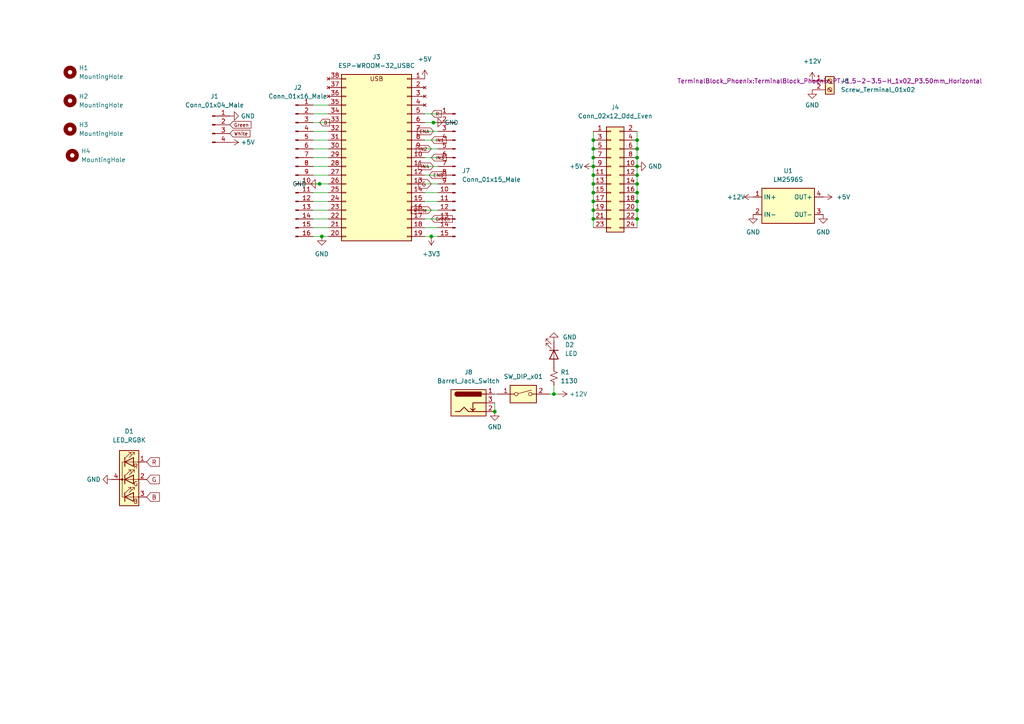
<source format=kicad_sch>
(kicad_sch (version 20230121) (generator eeschema)

  (uuid ea58d4fe-aec9-408a-8346-ffb00756b15b)

  (paper "A4")

  (lib_symbols
    (symbol "Buck Converter:LM2596S" (in_bom yes) (on_board yes)
      (property "Reference" "U" (at 0 1.27 0)
        (effects (font (size 1.27 1.27)) (justify top))
      )
      (property "Value" "LM2596S" (at 0 6.35 0)
        (effects (font (size 1.27 1.27)))
      )
      (property "Footprint" "Package_SO:SOIC-8-1EP_3.9x4.9mm_P1.27mm_EP2.29x3mm" (at 0 -10.16 0)
        (effects (font (size 1.27 1.27) italic) hide)
      )
      (property "Datasheet" "https://www.analog.com/media/en/technical-documentation/data-sheets/ADP7142.pdf" (at 0 -12.7 0)
        (effects (font (size 1.27 1.27)) hide)
      )
      (property "ki_keywords" "linear regulator ldo adjustable positive" (at 0 0 0)
        (effects (font (size 1.27 1.27)) hide)
      )
      (property "ki_description" "200mA, Low Noise, CMOS Low Dropout Regulator, Positive, Adjustable, SOIC-8" (at 0 0 0)
        (effects (font (size 1.27 1.27)) hide)
      )
      (property "ki_fp_filters" "SOIC*1EP*3.9x4.9mm*P1.27mm*" (at 0 0 0)
        (effects (font (size 1.27 1.27)) hide)
      )
      (symbol "LM2596S_0_1"
        (rectangle (start -7.62 5.08) (end 7.62 -5.08)
          (stroke (width 0.254) (type default))
          (fill (type background))
        )
      )
      (symbol "LM2596S_1_1"
        (pin input line (at -10.16 2.54 0) (length 2.54)
          (name "IN+" (effects (font (size 1.27 1.27))))
          (number "1" (effects (font (size 1.27 1.27))))
        )
        (pin input line (at -10.16 -2.54 0) (length 2.54)
          (name "IN-" (effects (font (size 1.27 1.27))))
          (number "2" (effects (font (size 1.27 1.27))))
        )
        (pin output line (at 10.16 -2.54 180) (length 2.54)
          (name "OUT-" (effects (font (size 1.27 1.27))))
          (number "3" (effects (font (size 1.27 1.27))))
        )
        (pin output line (at 10.16 2.54 180) (length 2.54)
          (name "OUT+" (effects (font (size 1.27 1.27))))
          (number "4" (effects (font (size 1.27 1.27))))
        )
      )
    )
    (symbol "Connector:Barrel_Jack_Switch" (pin_names hide) (in_bom yes) (on_board yes)
      (property "Reference" "J" (at 0 5.334 0)
        (effects (font (size 1.27 1.27)))
      )
      (property "Value" "Barrel_Jack_Switch" (at 0 -5.08 0)
        (effects (font (size 1.27 1.27)))
      )
      (property "Footprint" "" (at 1.27 -1.016 0)
        (effects (font (size 1.27 1.27)) hide)
      )
      (property "Datasheet" "~" (at 1.27 -1.016 0)
        (effects (font (size 1.27 1.27)) hide)
      )
      (property "ki_keywords" "DC power barrel jack connector" (at 0 0 0)
        (effects (font (size 1.27 1.27)) hide)
      )
      (property "ki_description" "DC Barrel Jack with an internal switch" (at 0 0 0)
        (effects (font (size 1.27 1.27)) hide)
      )
      (property "ki_fp_filters" "BarrelJack*" (at 0 0 0)
        (effects (font (size 1.27 1.27)) hide)
      )
      (symbol "Barrel_Jack_Switch_0_1"
        (rectangle (start -5.08 3.81) (end 5.08 -3.81)
          (stroke (width 0.254) (type default))
          (fill (type background))
        )
        (arc (start -3.302 3.175) (mid -3.9343 2.54) (end -3.302 1.905)
          (stroke (width 0.254) (type default))
          (fill (type none))
        )
        (arc (start -3.302 3.175) (mid -3.9343 2.54) (end -3.302 1.905)
          (stroke (width 0.254) (type default))
          (fill (type outline))
        )
        (polyline
          (pts
            (xy 1.27 -2.286)
            (xy 1.905 -1.651)
          )
          (stroke (width 0.254) (type default))
          (fill (type none))
        )
        (polyline
          (pts
            (xy 5.08 2.54)
            (xy 3.81 2.54)
          )
          (stroke (width 0.254) (type default))
          (fill (type none))
        )
        (polyline
          (pts
            (xy 5.08 0)
            (xy 1.27 0)
            (xy 1.27 -2.286)
            (xy 0.635 -1.651)
          )
          (stroke (width 0.254) (type default))
          (fill (type none))
        )
        (polyline
          (pts
            (xy -3.81 -2.54)
            (xy -2.54 -2.54)
            (xy -1.27 -1.27)
            (xy 0 -2.54)
            (xy 2.54 -2.54)
            (xy 5.08 -2.54)
          )
          (stroke (width 0.254) (type default))
          (fill (type none))
        )
        (rectangle (start 3.683 3.175) (end -3.302 1.905)
          (stroke (width 0.254) (type default))
          (fill (type outline))
        )
      )
      (symbol "Barrel_Jack_Switch_1_1"
        (pin passive line (at 7.62 2.54 180) (length 2.54)
          (name "~" (effects (font (size 1.27 1.27))))
          (number "1" (effects (font (size 1.27 1.27))))
        )
        (pin passive line (at 7.62 -2.54 180) (length 2.54)
          (name "~" (effects (font (size 1.27 1.27))))
          (number "2" (effects (font (size 1.27 1.27))))
        )
        (pin passive line (at 7.62 0 180) (length 2.54)
          (name "~" (effects (font (size 1.27 1.27))))
          (number "3" (effects (font (size 1.27 1.27))))
        )
      )
    )
    (symbol "Connector:Conn_01x04_Male" (pin_names (offset 1.016) hide) (in_bom yes) (on_board yes)
      (property "Reference" "J" (at 0 5.08 0)
        (effects (font (size 1.27 1.27)))
      )
      (property "Value" "Conn_01x04_Male" (at 0 -7.62 0)
        (effects (font (size 1.27 1.27)))
      )
      (property "Footprint" "" (at 0 0 0)
        (effects (font (size 1.27 1.27)) hide)
      )
      (property "Datasheet" "~" (at 0 0 0)
        (effects (font (size 1.27 1.27)) hide)
      )
      (property "ki_keywords" "connector" (at 0 0 0)
        (effects (font (size 1.27 1.27)) hide)
      )
      (property "ki_description" "Generic connector, single row, 01x04, script generated (kicad-library-utils/schlib/autogen/connector/)" (at 0 0 0)
        (effects (font (size 1.27 1.27)) hide)
      )
      (property "ki_fp_filters" "Connector*:*_1x??_*" (at 0 0 0)
        (effects (font (size 1.27 1.27)) hide)
      )
      (symbol "Conn_01x04_Male_1_1"
        (polyline
          (pts
            (xy 1.27 -5.08)
            (xy 0.8636 -5.08)
          )
          (stroke (width 0.1524) (type default))
          (fill (type none))
        )
        (polyline
          (pts
            (xy 1.27 -2.54)
            (xy 0.8636 -2.54)
          )
          (stroke (width 0.1524) (type default))
          (fill (type none))
        )
        (polyline
          (pts
            (xy 1.27 0)
            (xy 0.8636 0)
          )
          (stroke (width 0.1524) (type default))
          (fill (type none))
        )
        (polyline
          (pts
            (xy 1.27 2.54)
            (xy 0.8636 2.54)
          )
          (stroke (width 0.1524) (type default))
          (fill (type none))
        )
        (rectangle (start 0.8636 -4.953) (end 0 -5.207)
          (stroke (width 0.1524) (type default))
          (fill (type outline))
        )
        (rectangle (start 0.8636 -2.413) (end 0 -2.667)
          (stroke (width 0.1524) (type default))
          (fill (type outline))
        )
        (rectangle (start 0.8636 0.127) (end 0 -0.127)
          (stroke (width 0.1524) (type default))
          (fill (type outline))
        )
        (rectangle (start 0.8636 2.667) (end 0 2.413)
          (stroke (width 0.1524) (type default))
          (fill (type outline))
        )
        (pin passive line (at 5.08 2.54 180) (length 3.81)
          (name "Pin_1" (effects (font (size 1.27 1.27))))
          (number "1" (effects (font (size 1.27 1.27))))
        )
        (pin passive line (at 5.08 0 180) (length 3.81)
          (name "Pin_2" (effects (font (size 1.27 1.27))))
          (number "2" (effects (font (size 1.27 1.27))))
        )
        (pin passive line (at 5.08 -2.54 180) (length 3.81)
          (name "Pin_3" (effects (font (size 1.27 1.27))))
          (number "3" (effects (font (size 1.27 1.27))))
        )
        (pin passive line (at 5.08 -5.08 180) (length 3.81)
          (name "Pin_4" (effects (font (size 1.27 1.27))))
          (number "4" (effects (font (size 1.27 1.27))))
        )
      )
    )
    (symbol "Connector:Conn_01x15_Male" (pin_names (offset 1.016) hide) (in_bom yes) (on_board yes)
      (property "Reference" "J" (at 0 20.32 0)
        (effects (font (size 1.27 1.27)))
      )
      (property "Value" "Conn_01x15_Male" (at 0 -20.32 0)
        (effects (font (size 1.27 1.27)))
      )
      (property "Footprint" "" (at 0 0 0)
        (effects (font (size 1.27 1.27)) hide)
      )
      (property "Datasheet" "~" (at 0 0 0)
        (effects (font (size 1.27 1.27)) hide)
      )
      (property "ki_keywords" "connector" (at 0 0 0)
        (effects (font (size 1.27 1.27)) hide)
      )
      (property "ki_description" "Generic connector, single row, 01x15, script generated (kicad-library-utils/schlib/autogen/connector/)" (at 0 0 0)
        (effects (font (size 1.27 1.27)) hide)
      )
      (property "ki_fp_filters" "Connector*:*_1x??_*" (at 0 0 0)
        (effects (font (size 1.27 1.27)) hide)
      )
      (symbol "Conn_01x15_Male_1_1"
        (polyline
          (pts
            (xy 1.27 -17.78)
            (xy 0.8636 -17.78)
          )
          (stroke (width 0.1524) (type default))
          (fill (type none))
        )
        (polyline
          (pts
            (xy 1.27 -15.24)
            (xy 0.8636 -15.24)
          )
          (stroke (width 0.1524) (type default))
          (fill (type none))
        )
        (polyline
          (pts
            (xy 1.27 -12.7)
            (xy 0.8636 -12.7)
          )
          (stroke (width 0.1524) (type default))
          (fill (type none))
        )
        (polyline
          (pts
            (xy 1.27 -10.16)
            (xy 0.8636 -10.16)
          )
          (stroke (width 0.1524) (type default))
          (fill (type none))
        )
        (polyline
          (pts
            (xy 1.27 -7.62)
            (xy 0.8636 -7.62)
          )
          (stroke (width 0.1524) (type default))
          (fill (type none))
        )
        (polyline
          (pts
            (xy 1.27 -5.08)
            (xy 0.8636 -5.08)
          )
          (stroke (width 0.1524) (type default))
          (fill (type none))
        )
        (polyline
          (pts
            (xy 1.27 -2.54)
            (xy 0.8636 -2.54)
          )
          (stroke (width 0.1524) (type default))
          (fill (type none))
        )
        (polyline
          (pts
            (xy 1.27 0)
            (xy 0.8636 0)
          )
          (stroke (width 0.1524) (type default))
          (fill (type none))
        )
        (polyline
          (pts
            (xy 1.27 2.54)
            (xy 0.8636 2.54)
          )
          (stroke (width 0.1524) (type default))
          (fill (type none))
        )
        (polyline
          (pts
            (xy 1.27 5.08)
            (xy 0.8636 5.08)
          )
          (stroke (width 0.1524) (type default))
          (fill (type none))
        )
        (polyline
          (pts
            (xy 1.27 7.62)
            (xy 0.8636 7.62)
          )
          (stroke (width 0.1524) (type default))
          (fill (type none))
        )
        (polyline
          (pts
            (xy 1.27 10.16)
            (xy 0.8636 10.16)
          )
          (stroke (width 0.1524) (type default))
          (fill (type none))
        )
        (polyline
          (pts
            (xy 1.27 12.7)
            (xy 0.8636 12.7)
          )
          (stroke (width 0.1524) (type default))
          (fill (type none))
        )
        (polyline
          (pts
            (xy 1.27 15.24)
            (xy 0.8636 15.24)
          )
          (stroke (width 0.1524) (type default))
          (fill (type none))
        )
        (polyline
          (pts
            (xy 1.27 17.78)
            (xy 0.8636 17.78)
          )
          (stroke (width 0.1524) (type default))
          (fill (type none))
        )
        (rectangle (start 0.8636 -17.653) (end 0 -17.907)
          (stroke (width 0.1524) (type default))
          (fill (type outline))
        )
        (rectangle (start 0.8636 -15.113) (end 0 -15.367)
          (stroke (width 0.1524) (type default))
          (fill (type outline))
        )
        (rectangle (start 0.8636 -12.573) (end 0 -12.827)
          (stroke (width 0.1524) (type default))
          (fill (type outline))
        )
        (rectangle (start 0.8636 -10.033) (end 0 -10.287)
          (stroke (width 0.1524) (type default))
          (fill (type outline))
        )
        (rectangle (start 0.8636 -7.493) (end 0 -7.747)
          (stroke (width 0.1524) (type default))
          (fill (type outline))
        )
        (rectangle (start 0.8636 -4.953) (end 0 -5.207)
          (stroke (width 0.1524) (type default))
          (fill (type outline))
        )
        (rectangle (start 0.8636 -2.413) (end 0 -2.667)
          (stroke (width 0.1524) (type default))
          (fill (type outline))
        )
        (rectangle (start 0.8636 0.127) (end 0 -0.127)
          (stroke (width 0.1524) (type default))
          (fill (type outline))
        )
        (rectangle (start 0.8636 2.667) (end 0 2.413)
          (stroke (width 0.1524) (type default))
          (fill (type outline))
        )
        (rectangle (start 0.8636 5.207) (end 0 4.953)
          (stroke (width 0.1524) (type default))
          (fill (type outline))
        )
        (rectangle (start 0.8636 7.747) (end 0 7.493)
          (stroke (width 0.1524) (type default))
          (fill (type outline))
        )
        (rectangle (start 0.8636 10.287) (end 0 10.033)
          (stroke (width 0.1524) (type default))
          (fill (type outline))
        )
        (rectangle (start 0.8636 12.827) (end 0 12.573)
          (stroke (width 0.1524) (type default))
          (fill (type outline))
        )
        (rectangle (start 0.8636 15.367) (end 0 15.113)
          (stroke (width 0.1524) (type default))
          (fill (type outline))
        )
        (rectangle (start 0.8636 17.907) (end 0 17.653)
          (stroke (width 0.1524) (type default))
          (fill (type outline))
        )
        (pin passive line (at 5.08 17.78 180) (length 3.81)
          (name "Pin_1" (effects (font (size 1.27 1.27))))
          (number "1" (effects (font (size 1.27 1.27))))
        )
        (pin passive line (at 5.08 -5.08 180) (length 3.81)
          (name "Pin_10" (effects (font (size 1.27 1.27))))
          (number "10" (effects (font (size 1.27 1.27))))
        )
        (pin passive line (at 5.08 -7.62 180) (length 3.81)
          (name "Pin_11" (effects (font (size 1.27 1.27))))
          (number "11" (effects (font (size 1.27 1.27))))
        )
        (pin passive line (at 5.08 -10.16 180) (length 3.81)
          (name "Pin_12" (effects (font (size 1.27 1.27))))
          (number "12" (effects (font (size 1.27 1.27))))
        )
        (pin passive line (at 5.08 -12.7 180) (length 3.81)
          (name "Pin_13" (effects (font (size 1.27 1.27))))
          (number "13" (effects (font (size 1.27 1.27))))
        )
        (pin passive line (at 5.08 -15.24 180) (length 3.81)
          (name "Pin_14" (effects (font (size 1.27 1.27))))
          (number "14" (effects (font (size 1.27 1.27))))
        )
        (pin passive line (at 5.08 -17.78 180) (length 3.81)
          (name "Pin_15" (effects (font (size 1.27 1.27))))
          (number "15" (effects (font (size 1.27 1.27))))
        )
        (pin passive line (at 5.08 15.24 180) (length 3.81)
          (name "Pin_2" (effects (font (size 1.27 1.27))))
          (number "2" (effects (font (size 1.27 1.27))))
        )
        (pin passive line (at 5.08 12.7 180) (length 3.81)
          (name "Pin_3" (effects (font (size 1.27 1.27))))
          (number "3" (effects (font (size 1.27 1.27))))
        )
        (pin passive line (at 5.08 10.16 180) (length 3.81)
          (name "Pin_4" (effects (font (size 1.27 1.27))))
          (number "4" (effects (font (size 1.27 1.27))))
        )
        (pin passive line (at 5.08 7.62 180) (length 3.81)
          (name "Pin_5" (effects (font (size 1.27 1.27))))
          (number "5" (effects (font (size 1.27 1.27))))
        )
        (pin passive line (at 5.08 5.08 180) (length 3.81)
          (name "Pin_6" (effects (font (size 1.27 1.27))))
          (number "6" (effects (font (size 1.27 1.27))))
        )
        (pin passive line (at 5.08 2.54 180) (length 3.81)
          (name "Pin_7" (effects (font (size 1.27 1.27))))
          (number "7" (effects (font (size 1.27 1.27))))
        )
        (pin passive line (at 5.08 0 180) (length 3.81)
          (name "Pin_8" (effects (font (size 1.27 1.27))))
          (number "8" (effects (font (size 1.27 1.27))))
        )
        (pin passive line (at 5.08 -2.54 180) (length 3.81)
          (name "Pin_9" (effects (font (size 1.27 1.27))))
          (number "9" (effects (font (size 1.27 1.27))))
        )
      )
    )
    (symbol "Connector:Conn_01x16_Male" (pin_names (offset 1.016) hide) (in_bom yes) (on_board yes)
      (property "Reference" "J" (at 0 20.32 0)
        (effects (font (size 1.27 1.27)))
      )
      (property "Value" "Conn_01x16_Male" (at 0 -22.86 0)
        (effects (font (size 1.27 1.27)))
      )
      (property "Footprint" "" (at 0 0 0)
        (effects (font (size 1.27 1.27)) hide)
      )
      (property "Datasheet" "~" (at 0 0 0)
        (effects (font (size 1.27 1.27)) hide)
      )
      (property "ki_keywords" "connector" (at 0 0 0)
        (effects (font (size 1.27 1.27)) hide)
      )
      (property "ki_description" "Generic connector, single row, 01x16, script generated (kicad-library-utils/schlib/autogen/connector/)" (at 0 0 0)
        (effects (font (size 1.27 1.27)) hide)
      )
      (property "ki_fp_filters" "Connector*:*_1x??_*" (at 0 0 0)
        (effects (font (size 1.27 1.27)) hide)
      )
      (symbol "Conn_01x16_Male_1_1"
        (polyline
          (pts
            (xy 1.27 -20.32)
            (xy 0.8636 -20.32)
          )
          (stroke (width 0.1524) (type default))
          (fill (type none))
        )
        (polyline
          (pts
            (xy 1.27 -17.78)
            (xy 0.8636 -17.78)
          )
          (stroke (width 0.1524) (type default))
          (fill (type none))
        )
        (polyline
          (pts
            (xy 1.27 -15.24)
            (xy 0.8636 -15.24)
          )
          (stroke (width 0.1524) (type default))
          (fill (type none))
        )
        (polyline
          (pts
            (xy 1.27 -12.7)
            (xy 0.8636 -12.7)
          )
          (stroke (width 0.1524) (type default))
          (fill (type none))
        )
        (polyline
          (pts
            (xy 1.27 -10.16)
            (xy 0.8636 -10.16)
          )
          (stroke (width 0.1524) (type default))
          (fill (type none))
        )
        (polyline
          (pts
            (xy 1.27 -7.62)
            (xy 0.8636 -7.62)
          )
          (stroke (width 0.1524) (type default))
          (fill (type none))
        )
        (polyline
          (pts
            (xy 1.27 -5.08)
            (xy 0.8636 -5.08)
          )
          (stroke (width 0.1524) (type default))
          (fill (type none))
        )
        (polyline
          (pts
            (xy 1.27 -2.54)
            (xy 0.8636 -2.54)
          )
          (stroke (width 0.1524) (type default))
          (fill (type none))
        )
        (polyline
          (pts
            (xy 1.27 0)
            (xy 0.8636 0)
          )
          (stroke (width 0.1524) (type default))
          (fill (type none))
        )
        (polyline
          (pts
            (xy 1.27 2.54)
            (xy 0.8636 2.54)
          )
          (stroke (width 0.1524) (type default))
          (fill (type none))
        )
        (polyline
          (pts
            (xy 1.27 5.08)
            (xy 0.8636 5.08)
          )
          (stroke (width 0.1524) (type default))
          (fill (type none))
        )
        (polyline
          (pts
            (xy 1.27 7.62)
            (xy 0.8636 7.62)
          )
          (stroke (width 0.1524) (type default))
          (fill (type none))
        )
        (polyline
          (pts
            (xy 1.27 10.16)
            (xy 0.8636 10.16)
          )
          (stroke (width 0.1524) (type default))
          (fill (type none))
        )
        (polyline
          (pts
            (xy 1.27 12.7)
            (xy 0.8636 12.7)
          )
          (stroke (width 0.1524) (type default))
          (fill (type none))
        )
        (polyline
          (pts
            (xy 1.27 15.24)
            (xy 0.8636 15.24)
          )
          (stroke (width 0.1524) (type default))
          (fill (type none))
        )
        (polyline
          (pts
            (xy 1.27 17.78)
            (xy 0.8636 17.78)
          )
          (stroke (width 0.1524) (type default))
          (fill (type none))
        )
        (rectangle (start 0.8636 -20.193) (end 0 -20.447)
          (stroke (width 0.1524) (type default))
          (fill (type outline))
        )
        (rectangle (start 0.8636 -17.653) (end 0 -17.907)
          (stroke (width 0.1524) (type default))
          (fill (type outline))
        )
        (rectangle (start 0.8636 -15.113) (end 0 -15.367)
          (stroke (width 0.1524) (type default))
          (fill (type outline))
        )
        (rectangle (start 0.8636 -12.573) (end 0 -12.827)
          (stroke (width 0.1524) (type default))
          (fill (type outline))
        )
        (rectangle (start 0.8636 -10.033) (end 0 -10.287)
          (stroke (width 0.1524) (type default))
          (fill (type outline))
        )
        (rectangle (start 0.8636 -7.493) (end 0 -7.747)
          (stroke (width 0.1524) (type default))
          (fill (type outline))
        )
        (rectangle (start 0.8636 -4.953) (end 0 -5.207)
          (stroke (width 0.1524) (type default))
          (fill (type outline))
        )
        (rectangle (start 0.8636 -2.413) (end 0 -2.667)
          (stroke (width 0.1524) (type default))
          (fill (type outline))
        )
        (rectangle (start 0.8636 0.127) (end 0 -0.127)
          (stroke (width 0.1524) (type default))
          (fill (type outline))
        )
        (rectangle (start 0.8636 2.667) (end 0 2.413)
          (stroke (width 0.1524) (type default))
          (fill (type outline))
        )
        (rectangle (start 0.8636 5.207) (end 0 4.953)
          (stroke (width 0.1524) (type default))
          (fill (type outline))
        )
        (rectangle (start 0.8636 7.747) (end 0 7.493)
          (stroke (width 0.1524) (type default))
          (fill (type outline))
        )
        (rectangle (start 0.8636 10.287) (end 0 10.033)
          (stroke (width 0.1524) (type default))
          (fill (type outline))
        )
        (rectangle (start 0.8636 12.827) (end 0 12.573)
          (stroke (width 0.1524) (type default))
          (fill (type outline))
        )
        (rectangle (start 0.8636 15.367) (end 0 15.113)
          (stroke (width 0.1524) (type default))
          (fill (type outline))
        )
        (rectangle (start 0.8636 17.907) (end 0 17.653)
          (stroke (width 0.1524) (type default))
          (fill (type outline))
        )
        (pin passive line (at 5.08 17.78 180) (length 3.81)
          (name "Pin_1" (effects (font (size 1.27 1.27))))
          (number "1" (effects (font (size 1.27 1.27))))
        )
        (pin passive line (at 5.08 -5.08 180) (length 3.81)
          (name "Pin_10" (effects (font (size 1.27 1.27))))
          (number "10" (effects (font (size 1.27 1.27))))
        )
        (pin passive line (at 5.08 -7.62 180) (length 3.81)
          (name "Pin_11" (effects (font (size 1.27 1.27))))
          (number "11" (effects (font (size 1.27 1.27))))
        )
        (pin passive line (at 5.08 -10.16 180) (length 3.81)
          (name "Pin_12" (effects (font (size 1.27 1.27))))
          (number "12" (effects (font (size 1.27 1.27))))
        )
        (pin passive line (at 5.08 -12.7 180) (length 3.81)
          (name "Pin_13" (effects (font (size 1.27 1.27))))
          (number "13" (effects (font (size 1.27 1.27))))
        )
        (pin passive line (at 5.08 -15.24 180) (length 3.81)
          (name "Pin_14" (effects (font (size 1.27 1.27))))
          (number "14" (effects (font (size 1.27 1.27))))
        )
        (pin passive line (at 5.08 -17.78 180) (length 3.81)
          (name "Pin_15" (effects (font (size 1.27 1.27))))
          (number "15" (effects (font (size 1.27 1.27))))
        )
        (pin passive line (at 5.08 -20.32 180) (length 3.81)
          (name "Pin_16" (effects (font (size 1.27 1.27))))
          (number "16" (effects (font (size 1.27 1.27))))
        )
        (pin passive line (at 5.08 15.24 180) (length 3.81)
          (name "Pin_2" (effects (font (size 1.27 1.27))))
          (number "2" (effects (font (size 1.27 1.27))))
        )
        (pin passive line (at 5.08 12.7 180) (length 3.81)
          (name "Pin_3" (effects (font (size 1.27 1.27))))
          (number "3" (effects (font (size 1.27 1.27))))
        )
        (pin passive line (at 5.08 10.16 180) (length 3.81)
          (name "Pin_4" (effects (font (size 1.27 1.27))))
          (number "4" (effects (font (size 1.27 1.27))))
        )
        (pin passive line (at 5.08 7.62 180) (length 3.81)
          (name "Pin_5" (effects (font (size 1.27 1.27))))
          (number "5" (effects (font (size 1.27 1.27))))
        )
        (pin passive line (at 5.08 5.08 180) (length 3.81)
          (name "Pin_6" (effects (font (size 1.27 1.27))))
          (number "6" (effects (font (size 1.27 1.27))))
        )
        (pin passive line (at 5.08 2.54 180) (length 3.81)
          (name "Pin_7" (effects (font (size 1.27 1.27))))
          (number "7" (effects (font (size 1.27 1.27))))
        )
        (pin passive line (at 5.08 0 180) (length 3.81)
          (name "Pin_8" (effects (font (size 1.27 1.27))))
          (number "8" (effects (font (size 1.27 1.27))))
        )
        (pin passive line (at 5.08 -2.54 180) (length 3.81)
          (name "Pin_9" (effects (font (size 1.27 1.27))))
          (number "9" (effects (font (size 1.27 1.27))))
        )
      )
    )
    (symbol "Connector:Screw_Terminal_01x02" (pin_names (offset 1.016) hide) (in_bom yes) (on_board yes)
      (property "Reference" "J" (at 0 2.54 0)
        (effects (font (size 1.27 1.27)))
      )
      (property "Value" "Screw_Terminal_01x02" (at 0 -5.08 0)
        (effects (font (size 1.27 1.27)))
      )
      (property "Footprint" "" (at 0 0 0)
        (effects (font (size 1.27 1.27)) hide)
      )
      (property "Datasheet" "~" (at 0 0 0)
        (effects (font (size 1.27 1.27)) hide)
      )
      (property "ki_keywords" "screw terminal" (at 0 0 0)
        (effects (font (size 1.27 1.27)) hide)
      )
      (property "ki_description" "Generic screw terminal, single row, 01x02, script generated (kicad-library-utils/schlib/autogen/connector/)" (at 0 0 0)
        (effects (font (size 1.27 1.27)) hide)
      )
      (property "ki_fp_filters" "TerminalBlock*:*" (at 0 0 0)
        (effects (font (size 1.27 1.27)) hide)
      )
      (symbol "Screw_Terminal_01x02_1_1"
        (rectangle (start -1.27 1.27) (end 1.27 -3.81)
          (stroke (width 0.254) (type default))
          (fill (type background))
        )
        (circle (center 0 -2.54) (radius 0.635)
          (stroke (width 0.1524) (type default))
          (fill (type none))
        )
        (polyline
          (pts
            (xy -0.5334 -2.2098)
            (xy 0.3302 -3.048)
          )
          (stroke (width 0.1524) (type default))
          (fill (type none))
        )
        (polyline
          (pts
            (xy -0.5334 0.3302)
            (xy 0.3302 -0.508)
          )
          (stroke (width 0.1524) (type default))
          (fill (type none))
        )
        (polyline
          (pts
            (xy -0.3556 -2.032)
            (xy 0.508 -2.8702)
          )
          (stroke (width 0.1524) (type default))
          (fill (type none))
        )
        (polyline
          (pts
            (xy -0.3556 0.508)
            (xy 0.508 -0.3302)
          )
          (stroke (width 0.1524) (type default))
          (fill (type none))
        )
        (circle (center 0 0) (radius 0.635)
          (stroke (width 0.1524) (type default))
          (fill (type none))
        )
        (pin passive line (at -5.08 0 0) (length 3.81)
          (name "Pin_1" (effects (font (size 1.27 1.27))))
          (number "1" (effects (font (size 1.27 1.27))))
        )
        (pin passive line (at -5.08 -2.54 0) (length 3.81)
          (name "Pin_2" (effects (font (size 1.27 1.27))))
          (number "2" (effects (font (size 1.27 1.27))))
        )
      )
    )
    (symbol "Connector_Generic:Conn_02x12_Odd_Even" (pin_names (offset 1.016) hide) (in_bom yes) (on_board yes)
      (property "Reference" "J" (at 1.27 15.24 0)
        (effects (font (size 1.27 1.27)))
      )
      (property "Value" "Conn_02x12_Odd_Even" (at 1.27 -17.78 0)
        (effects (font (size 1.27 1.27)))
      )
      (property "Footprint" "" (at 0 0 0)
        (effects (font (size 1.27 1.27)) hide)
      )
      (property "Datasheet" "~" (at 0 0 0)
        (effects (font (size 1.27 1.27)) hide)
      )
      (property "ki_keywords" "connector" (at 0 0 0)
        (effects (font (size 1.27 1.27)) hide)
      )
      (property "ki_description" "Generic connector, double row, 02x12, odd/even pin numbering scheme (row 1 odd numbers, row 2 even numbers), script generated (kicad-library-utils/schlib/autogen/connector/)" (at 0 0 0)
        (effects (font (size 1.27 1.27)) hide)
      )
      (property "ki_fp_filters" "Connector*:*_2x??_*" (at 0 0 0)
        (effects (font (size 1.27 1.27)) hide)
      )
      (symbol "Conn_02x12_Odd_Even_1_1"
        (rectangle (start -1.27 -15.113) (end 0 -15.367)
          (stroke (width 0.1524) (type default))
          (fill (type none))
        )
        (rectangle (start -1.27 -12.573) (end 0 -12.827)
          (stroke (width 0.1524) (type default))
          (fill (type none))
        )
        (rectangle (start -1.27 -10.033) (end 0 -10.287)
          (stroke (width 0.1524) (type default))
          (fill (type none))
        )
        (rectangle (start -1.27 -7.493) (end 0 -7.747)
          (stroke (width 0.1524) (type default))
          (fill (type none))
        )
        (rectangle (start -1.27 -4.953) (end 0 -5.207)
          (stroke (width 0.1524) (type default))
          (fill (type none))
        )
        (rectangle (start -1.27 -2.413) (end 0 -2.667)
          (stroke (width 0.1524) (type default))
          (fill (type none))
        )
        (rectangle (start -1.27 0.127) (end 0 -0.127)
          (stroke (width 0.1524) (type default))
          (fill (type none))
        )
        (rectangle (start -1.27 2.667) (end 0 2.413)
          (stroke (width 0.1524) (type default))
          (fill (type none))
        )
        (rectangle (start -1.27 5.207) (end 0 4.953)
          (stroke (width 0.1524) (type default))
          (fill (type none))
        )
        (rectangle (start -1.27 7.747) (end 0 7.493)
          (stroke (width 0.1524) (type default))
          (fill (type none))
        )
        (rectangle (start -1.27 10.287) (end 0 10.033)
          (stroke (width 0.1524) (type default))
          (fill (type none))
        )
        (rectangle (start -1.27 12.827) (end 0 12.573)
          (stroke (width 0.1524) (type default))
          (fill (type none))
        )
        (rectangle (start -1.27 13.97) (end 3.81 -16.51)
          (stroke (width 0.254) (type default))
          (fill (type background))
        )
        (rectangle (start 3.81 -15.113) (end 2.54 -15.367)
          (stroke (width 0.1524) (type default))
          (fill (type none))
        )
        (rectangle (start 3.81 -12.573) (end 2.54 -12.827)
          (stroke (width 0.1524) (type default))
          (fill (type none))
        )
        (rectangle (start 3.81 -10.033) (end 2.54 -10.287)
          (stroke (width 0.1524) (type default))
          (fill (type none))
        )
        (rectangle (start 3.81 -7.493) (end 2.54 -7.747)
          (stroke (width 0.1524) (type default))
          (fill (type none))
        )
        (rectangle (start 3.81 -4.953) (end 2.54 -5.207)
          (stroke (width 0.1524) (type default))
          (fill (type none))
        )
        (rectangle (start 3.81 -2.413) (end 2.54 -2.667)
          (stroke (width 0.1524) (type default))
          (fill (type none))
        )
        (rectangle (start 3.81 0.127) (end 2.54 -0.127)
          (stroke (width 0.1524) (type default))
          (fill (type none))
        )
        (rectangle (start 3.81 2.667) (end 2.54 2.413)
          (stroke (width 0.1524) (type default))
          (fill (type none))
        )
        (rectangle (start 3.81 5.207) (end 2.54 4.953)
          (stroke (width 0.1524) (type default))
          (fill (type none))
        )
        (rectangle (start 3.81 7.747) (end 2.54 7.493)
          (stroke (width 0.1524) (type default))
          (fill (type none))
        )
        (rectangle (start 3.81 10.287) (end 2.54 10.033)
          (stroke (width 0.1524) (type default))
          (fill (type none))
        )
        (rectangle (start 3.81 12.827) (end 2.54 12.573)
          (stroke (width 0.1524) (type default))
          (fill (type none))
        )
        (pin passive line (at -5.08 12.7 0) (length 3.81)
          (name "Pin_1" (effects (font (size 1.27 1.27))))
          (number "1" (effects (font (size 1.27 1.27))))
        )
        (pin passive line (at 7.62 2.54 180) (length 3.81)
          (name "Pin_10" (effects (font (size 1.27 1.27))))
          (number "10" (effects (font (size 1.27 1.27))))
        )
        (pin passive line (at -5.08 0 0) (length 3.81)
          (name "Pin_11" (effects (font (size 1.27 1.27))))
          (number "11" (effects (font (size 1.27 1.27))))
        )
        (pin passive line (at 7.62 0 180) (length 3.81)
          (name "Pin_12" (effects (font (size 1.27 1.27))))
          (number "12" (effects (font (size 1.27 1.27))))
        )
        (pin passive line (at -5.08 -2.54 0) (length 3.81)
          (name "Pin_13" (effects (font (size 1.27 1.27))))
          (number "13" (effects (font (size 1.27 1.27))))
        )
        (pin passive line (at 7.62 -2.54 180) (length 3.81)
          (name "Pin_14" (effects (font (size 1.27 1.27))))
          (number "14" (effects (font (size 1.27 1.27))))
        )
        (pin passive line (at -5.08 -5.08 0) (length 3.81)
          (name "Pin_15" (effects (font (size 1.27 1.27))))
          (number "15" (effects (font (size 1.27 1.27))))
        )
        (pin passive line (at 7.62 -5.08 180) (length 3.81)
          (name "Pin_16" (effects (font (size 1.27 1.27))))
          (number "16" (effects (font (size 1.27 1.27))))
        )
        (pin passive line (at -5.08 -7.62 0) (length 3.81)
          (name "Pin_17" (effects (font (size 1.27 1.27))))
          (number "17" (effects (font (size 1.27 1.27))))
        )
        (pin passive line (at 7.62 -7.62 180) (length 3.81)
          (name "Pin_18" (effects (font (size 1.27 1.27))))
          (number "18" (effects (font (size 1.27 1.27))))
        )
        (pin passive line (at -5.08 -10.16 0) (length 3.81)
          (name "Pin_19" (effects (font (size 1.27 1.27))))
          (number "19" (effects (font (size 1.27 1.27))))
        )
        (pin passive line (at 7.62 12.7 180) (length 3.81)
          (name "Pin_2" (effects (font (size 1.27 1.27))))
          (number "2" (effects (font (size 1.27 1.27))))
        )
        (pin passive line (at 7.62 -10.16 180) (length 3.81)
          (name "Pin_20" (effects (font (size 1.27 1.27))))
          (number "20" (effects (font (size 1.27 1.27))))
        )
        (pin passive line (at -5.08 -12.7 0) (length 3.81)
          (name "Pin_21" (effects (font (size 1.27 1.27))))
          (number "21" (effects (font (size 1.27 1.27))))
        )
        (pin passive line (at 7.62 -12.7 180) (length 3.81)
          (name "Pin_22" (effects (font (size 1.27 1.27))))
          (number "22" (effects (font (size 1.27 1.27))))
        )
        (pin passive line (at -5.08 -15.24 0) (length 3.81)
          (name "Pin_23" (effects (font (size 1.27 1.27))))
          (number "23" (effects (font (size 1.27 1.27))))
        )
        (pin passive line (at 7.62 -15.24 180) (length 3.81)
          (name "Pin_24" (effects (font (size 1.27 1.27))))
          (number "24" (effects (font (size 1.27 1.27))))
        )
        (pin passive line (at -5.08 10.16 0) (length 3.81)
          (name "Pin_3" (effects (font (size 1.27 1.27))))
          (number "3" (effects (font (size 1.27 1.27))))
        )
        (pin passive line (at 7.62 10.16 180) (length 3.81)
          (name "Pin_4" (effects (font (size 1.27 1.27))))
          (number "4" (effects (font (size 1.27 1.27))))
        )
        (pin passive line (at -5.08 7.62 0) (length 3.81)
          (name "Pin_5" (effects (font (size 1.27 1.27))))
          (number "5" (effects (font (size 1.27 1.27))))
        )
        (pin passive line (at 7.62 7.62 180) (length 3.81)
          (name "Pin_6" (effects (font (size 1.27 1.27))))
          (number "6" (effects (font (size 1.27 1.27))))
        )
        (pin passive line (at -5.08 5.08 0) (length 3.81)
          (name "Pin_7" (effects (font (size 1.27 1.27))))
          (number "7" (effects (font (size 1.27 1.27))))
        )
        (pin passive line (at 7.62 5.08 180) (length 3.81)
          (name "Pin_8" (effects (font (size 1.27 1.27))))
          (number "8" (effects (font (size 1.27 1.27))))
        )
        (pin passive line (at -5.08 2.54 0) (length 3.81)
          (name "Pin_9" (effects (font (size 1.27 1.27))))
          (number "9" (effects (font (size 1.27 1.27))))
        )
      )
    )
    (symbol "Device:LED" (pin_numbers hide) (pin_names (offset 1.016) hide) (in_bom yes) (on_board yes)
      (property "Reference" "D" (at 0 2.54 0)
        (effects (font (size 1.27 1.27)))
      )
      (property "Value" "LED" (at 0 -2.54 0)
        (effects (font (size 1.27 1.27)))
      )
      (property "Footprint" "" (at 0 0 0)
        (effects (font (size 1.27 1.27)) hide)
      )
      (property "Datasheet" "~" (at 0 0 0)
        (effects (font (size 1.27 1.27)) hide)
      )
      (property "ki_keywords" "LED diode" (at 0 0 0)
        (effects (font (size 1.27 1.27)) hide)
      )
      (property "ki_description" "Light emitting diode" (at 0 0 0)
        (effects (font (size 1.27 1.27)) hide)
      )
      (property "ki_fp_filters" "LED* LED_SMD:* LED_THT:*" (at 0 0 0)
        (effects (font (size 1.27 1.27)) hide)
      )
      (symbol "LED_0_1"
        (polyline
          (pts
            (xy -1.27 -1.27)
            (xy -1.27 1.27)
          )
          (stroke (width 0.254) (type default))
          (fill (type none))
        )
        (polyline
          (pts
            (xy -1.27 0)
            (xy 1.27 0)
          )
          (stroke (width 0) (type default))
          (fill (type none))
        )
        (polyline
          (pts
            (xy 1.27 -1.27)
            (xy 1.27 1.27)
            (xy -1.27 0)
            (xy 1.27 -1.27)
          )
          (stroke (width 0.254) (type default))
          (fill (type none))
        )
        (polyline
          (pts
            (xy -3.048 -0.762)
            (xy -4.572 -2.286)
            (xy -3.81 -2.286)
            (xy -4.572 -2.286)
            (xy -4.572 -1.524)
          )
          (stroke (width 0) (type default))
          (fill (type none))
        )
        (polyline
          (pts
            (xy -1.778 -0.762)
            (xy -3.302 -2.286)
            (xy -2.54 -2.286)
            (xy -3.302 -2.286)
            (xy -3.302 -1.524)
          )
          (stroke (width 0) (type default))
          (fill (type none))
        )
      )
      (symbol "LED_1_1"
        (pin passive line (at -3.81 0 0) (length 2.54)
          (name "K" (effects (font (size 1.27 1.27))))
          (number "1" (effects (font (size 1.27 1.27))))
        )
        (pin passive line (at 3.81 0 180) (length 2.54)
          (name "A" (effects (font (size 1.27 1.27))))
          (number "2" (effects (font (size 1.27 1.27))))
        )
      )
    )
    (symbol "Device:LED_RGBK" (pin_names (offset 0) hide) (in_bom yes) (on_board yes)
      (property "Reference" "D" (at 0 9.398 0)
        (effects (font (size 1.27 1.27)))
      )
      (property "Value" "LED_RGBK" (at 0 -8.89 0)
        (effects (font (size 1.27 1.27)))
      )
      (property "Footprint" "" (at 0 -1.27 0)
        (effects (font (size 1.27 1.27)) hide)
      )
      (property "Datasheet" "~" (at 0 -1.27 0)
        (effects (font (size 1.27 1.27)) hide)
      )
      (property "ki_keywords" "LED RGB diode" (at 0 0 0)
        (effects (font (size 1.27 1.27)) hide)
      )
      (property "ki_description" "RGB LED, red/green/blue/cathode" (at 0 0 0)
        (effects (font (size 1.27 1.27)) hide)
      )
      (property "ki_fp_filters" "LED* LED_SMD:* LED_THT:*" (at 0 0 0)
        (effects (font (size 1.27 1.27)) hide)
      )
      (symbol "LED_RGBK_0_0"
        (text "B" (at 1.905 -6.35 0)
          (effects (font (size 1.27 1.27)))
        )
        (text "G" (at 1.905 -1.27 0)
          (effects (font (size 1.27 1.27)))
        )
        (text "R" (at 1.905 3.81 0)
          (effects (font (size 1.27 1.27)))
        )
      )
      (symbol "LED_RGBK_0_1"
        (circle (center -2.032 0) (radius 0.254)
          (stroke (width 0) (type default))
          (fill (type outline))
        )
        (polyline
          (pts
            (xy -1.27 -5.08)
            (xy 1.27 -5.08)
          )
          (stroke (width 0) (type default))
          (fill (type none))
        )
        (polyline
          (pts
            (xy -1.27 -3.81)
            (xy -1.27 -6.35)
          )
          (stroke (width 0.254) (type default))
          (fill (type none))
        )
        (polyline
          (pts
            (xy -1.27 0)
            (xy -2.54 0)
          )
          (stroke (width 0) (type default))
          (fill (type none))
        )
        (polyline
          (pts
            (xy -1.27 1.27)
            (xy -1.27 -1.27)
          )
          (stroke (width 0.254) (type default))
          (fill (type none))
        )
        (polyline
          (pts
            (xy -1.27 5.08)
            (xy 1.27 5.08)
          )
          (stroke (width 0) (type default))
          (fill (type none))
        )
        (polyline
          (pts
            (xy -1.27 6.35)
            (xy -1.27 3.81)
          )
          (stroke (width 0.254) (type default))
          (fill (type none))
        )
        (polyline
          (pts
            (xy 1.27 -5.08)
            (xy 2.54 -5.08)
          )
          (stroke (width 0) (type default))
          (fill (type none))
        )
        (polyline
          (pts
            (xy 1.27 0)
            (xy -1.27 0)
          )
          (stroke (width 0) (type default))
          (fill (type none))
        )
        (polyline
          (pts
            (xy 1.27 0)
            (xy 2.54 0)
          )
          (stroke (width 0) (type default))
          (fill (type none))
        )
        (polyline
          (pts
            (xy 1.27 5.08)
            (xy 2.54 5.08)
          )
          (stroke (width 0) (type default))
          (fill (type none))
        )
        (polyline
          (pts
            (xy -1.27 1.27)
            (xy -1.27 -1.27)
            (xy -1.27 -1.27)
          )
          (stroke (width 0) (type default))
          (fill (type none))
        )
        (polyline
          (pts
            (xy -1.27 6.35)
            (xy -1.27 3.81)
            (xy -1.27 3.81)
          )
          (stroke (width 0) (type default))
          (fill (type none))
        )
        (polyline
          (pts
            (xy -1.27 5.08)
            (xy -2.032 5.08)
            (xy -2.032 -5.08)
            (xy -1.016 -5.08)
          )
          (stroke (width 0) (type default))
          (fill (type none))
        )
        (polyline
          (pts
            (xy 1.27 -3.81)
            (xy 1.27 -6.35)
            (xy -1.27 -5.08)
            (xy 1.27 -3.81)
          )
          (stroke (width 0.254) (type default))
          (fill (type none))
        )
        (polyline
          (pts
            (xy 1.27 1.27)
            (xy 1.27 -1.27)
            (xy -1.27 0)
            (xy 1.27 1.27)
          )
          (stroke (width 0.254) (type default))
          (fill (type none))
        )
        (polyline
          (pts
            (xy 1.27 6.35)
            (xy 1.27 3.81)
            (xy -1.27 5.08)
            (xy 1.27 6.35)
          )
          (stroke (width 0.254) (type default))
          (fill (type none))
        )
        (polyline
          (pts
            (xy -1.016 -3.81)
            (xy 0.508 -2.286)
            (xy -0.254 -2.286)
            (xy 0.508 -2.286)
            (xy 0.508 -3.048)
          )
          (stroke (width 0) (type default))
          (fill (type none))
        )
        (polyline
          (pts
            (xy -1.016 1.27)
            (xy 0.508 2.794)
            (xy -0.254 2.794)
            (xy 0.508 2.794)
            (xy 0.508 2.032)
          )
          (stroke (width 0) (type default))
          (fill (type none))
        )
        (polyline
          (pts
            (xy -1.016 6.35)
            (xy 0.508 7.874)
            (xy -0.254 7.874)
            (xy 0.508 7.874)
            (xy 0.508 7.112)
          )
          (stroke (width 0) (type default))
          (fill (type none))
        )
        (polyline
          (pts
            (xy 0 -3.81)
            (xy 1.524 -2.286)
            (xy 0.762 -2.286)
            (xy 1.524 -2.286)
            (xy 1.524 -3.048)
          )
          (stroke (width 0) (type default))
          (fill (type none))
        )
        (polyline
          (pts
            (xy 0 1.27)
            (xy 1.524 2.794)
            (xy 0.762 2.794)
            (xy 1.524 2.794)
            (xy 1.524 2.032)
          )
          (stroke (width 0) (type default))
          (fill (type none))
        )
        (polyline
          (pts
            (xy 0 6.35)
            (xy 1.524 7.874)
            (xy 0.762 7.874)
            (xy 1.524 7.874)
            (xy 1.524 7.112)
          )
          (stroke (width 0) (type default))
          (fill (type none))
        )
        (rectangle (start 1.27 -1.27) (end 1.27 1.27)
          (stroke (width 0) (type default))
          (fill (type none))
        )
        (rectangle (start 1.27 1.27) (end 1.27 1.27)
          (stroke (width 0) (type default))
          (fill (type none))
        )
        (rectangle (start 1.27 3.81) (end 1.27 6.35)
          (stroke (width 0) (type default))
          (fill (type none))
        )
        (rectangle (start 1.27 6.35) (end 1.27 6.35)
          (stroke (width 0) (type default))
          (fill (type none))
        )
        (rectangle (start 2.794 8.382) (end -2.794 -7.62)
          (stroke (width 0.254) (type default))
          (fill (type background))
        )
      )
      (symbol "LED_RGBK_1_1"
        (pin passive line (at 5.08 5.08 180) (length 2.54)
          (name "RA" (effects (font (size 1.27 1.27))))
          (number "1" (effects (font (size 1.27 1.27))))
        )
        (pin passive line (at 5.08 0 180) (length 2.54)
          (name "GA" (effects (font (size 1.27 1.27))))
          (number "2" (effects (font (size 1.27 1.27))))
        )
        (pin passive line (at 5.08 -5.08 180) (length 2.54)
          (name "BA" (effects (font (size 1.27 1.27))))
          (number "3" (effects (font (size 1.27 1.27))))
        )
        (pin passive line (at -5.08 0 0) (length 2.54)
          (name "K" (effects (font (size 1.27 1.27))))
          (number "4" (effects (font (size 1.27 1.27))))
        )
      )
    )
    (symbol "Device:R_Small_US" (pin_numbers hide) (pin_names (offset 0.254) hide) (in_bom yes) (on_board yes)
      (property "Reference" "R" (at 0.762 0.508 0)
        (effects (font (size 1.27 1.27)) (justify left))
      )
      (property "Value" "R_Small_US" (at 0.762 -1.016 0)
        (effects (font (size 1.27 1.27)) (justify left))
      )
      (property "Footprint" "" (at 0 0 0)
        (effects (font (size 1.27 1.27)) hide)
      )
      (property "Datasheet" "~" (at 0 0 0)
        (effects (font (size 1.27 1.27)) hide)
      )
      (property "ki_keywords" "r resistor" (at 0 0 0)
        (effects (font (size 1.27 1.27)) hide)
      )
      (property "ki_description" "Resistor, small US symbol" (at 0 0 0)
        (effects (font (size 1.27 1.27)) hide)
      )
      (property "ki_fp_filters" "R_*" (at 0 0 0)
        (effects (font (size 1.27 1.27)) hide)
      )
      (symbol "R_Small_US_1_1"
        (polyline
          (pts
            (xy 0 0)
            (xy 1.016 -0.381)
            (xy 0 -0.762)
            (xy -1.016 -1.143)
            (xy 0 -1.524)
          )
          (stroke (width 0) (type default))
          (fill (type none))
        )
        (polyline
          (pts
            (xy 0 1.524)
            (xy 1.016 1.143)
            (xy 0 0.762)
            (xy -1.016 0.381)
            (xy 0 0)
          )
          (stroke (width 0) (type default))
          (fill (type none))
        )
        (pin passive line (at 0 2.54 270) (length 1.016)
          (name "~" (effects (font (size 1.27 1.27))))
          (number "1" (effects (font (size 1.27 1.27))))
        )
        (pin passive line (at 0 -2.54 90) (length 1.016)
          (name "~" (effects (font (size 1.27 1.27))))
          (number "2" (effects (font (size 1.27 1.27))))
        )
      )
    )
    (symbol "ESP-WROOM-32:ESP-WROOM-32_USBC" (pin_names (offset 1.016) hide) (in_bom yes) (on_board yes)
      (property "Reference" "J?" (at 8.89 29.21 0)
        (effects (font (size 1.27 1.27)))
      )
      (property "Value" "ESP-WROOM-32_USBC" (at 8.89 26.67 0)
        (effects (font (size 1.27 1.27)))
      )
      (property "Footprint" "" (at 0 0 0)
        (effects (font (size 1.27 1.27)) hide)
      )
      (property "Datasheet" "~" (at 0 0 0)
        (effects (font (size 1.27 1.27)) hide)
      )
      (property "ki_keywords" "connector" (at 0 0 0)
        (effects (font (size 1.27 1.27)) hide)
      )
      (property "ki_description" "Generic connectable mounting pin connector, single row, 01x19, script generated (kicad-library-utils/schlib/autogen/connector/)" (at 0 0 0)
        (effects (font (size 1.27 1.27)) hide)
      )
      (property "ki_fp_filters" "Connector*:*_1x??-1MP*" (at 0 0 0)
        (effects (font (size 1.27 1.27)) hide)
      )
      (symbol "ESP-WROOM-32_USBC_0_0"
        (text "USB" (at 8.89 22.86 0)
          (effects (font (size 1.27 1.27)))
        )
      )
      (symbol "ESP-WROOM-32_USBC_1_1"
        (rectangle (start -1.27 -22.733) (end 0 -22.987)
          (stroke (width 0.1524) (type default))
          (fill (type none))
        )
        (rectangle (start -1.27 -20.193) (end 0 -20.447)
          (stroke (width 0.1524) (type default))
          (fill (type none))
        )
        (rectangle (start -1.27 -17.653) (end 0 -17.907)
          (stroke (width 0.1524) (type default))
          (fill (type none))
        )
        (rectangle (start -1.27 -15.113) (end 0 -15.367)
          (stroke (width 0.1524) (type default))
          (fill (type none))
        )
        (rectangle (start -1.27 -12.573) (end 0 -12.827)
          (stroke (width 0.1524) (type default))
          (fill (type none))
        )
        (rectangle (start -1.27 -10.033) (end 0 -10.287)
          (stroke (width 0.1524) (type default))
          (fill (type none))
        )
        (rectangle (start -1.27 -7.493) (end 0 -7.747)
          (stroke (width 0.1524) (type default))
          (fill (type none))
        )
        (rectangle (start -1.27 -4.953) (end 0 -5.207)
          (stroke (width 0.1524) (type default))
          (fill (type none))
        )
        (rectangle (start -1.27 -2.413) (end 0 -2.667)
          (stroke (width 0.1524) (type default))
          (fill (type none))
        )
        (rectangle (start -1.27 0.127) (end 0 -0.127)
          (stroke (width 0.1524) (type default))
          (fill (type none))
        )
        (rectangle (start -1.27 2.667) (end 0 2.413)
          (stroke (width 0.1524) (type default))
          (fill (type none))
        )
        (rectangle (start -1.27 5.207) (end 0 4.953)
          (stroke (width 0.1524) (type default))
          (fill (type none))
        )
        (rectangle (start -1.27 7.747) (end 0 7.493)
          (stroke (width 0.1524) (type default))
          (fill (type none))
        )
        (rectangle (start -1.27 10.287) (end 0 10.033)
          (stroke (width 0.1524) (type default))
          (fill (type none))
        )
        (rectangle (start -1.27 12.827) (end 0 12.573)
          (stroke (width 0.1524) (type default))
          (fill (type none))
        )
        (rectangle (start -1.27 15.367) (end 0 15.113)
          (stroke (width 0.1524) (type default))
          (fill (type none))
        )
        (rectangle (start -1.27 17.907) (end 0 17.653)
          (stroke (width 0.1524) (type default))
          (fill (type none))
        )
        (rectangle (start -1.27 20.447) (end 0 20.193)
          (stroke (width 0.1524) (type default))
          (fill (type none))
        )
        (rectangle (start -1.27 22.987) (end 0 22.733)
          (stroke (width 0.1524) (type default))
          (fill (type none))
        )
        (rectangle (start -1.27 24.13) (end 19.05 -24.13)
          (stroke (width 0.254) (type default))
          (fill (type background))
        )
        (rectangle (start 17.78 -22.987) (end 19.05 -22.733)
          (stroke (width 0.1524) (type default))
          (fill (type none))
        )
        (rectangle (start 17.78 -20.447) (end 19.05 -20.193)
          (stroke (width 0.1524) (type default))
          (fill (type none))
        )
        (rectangle (start 17.78 -17.907) (end 19.05 -17.653)
          (stroke (width 0.1524) (type default))
          (fill (type none))
        )
        (rectangle (start 17.78 -15.367) (end 19.05 -15.113)
          (stroke (width 0.1524) (type default))
          (fill (type none))
        )
        (rectangle (start 17.78 -12.827) (end 19.05 -12.573)
          (stroke (width 0.1524) (type default))
          (fill (type none))
        )
        (rectangle (start 17.78 -10.287) (end 19.05 -10.033)
          (stroke (width 0.1524) (type default))
          (fill (type none))
        )
        (rectangle (start 17.78 -7.747) (end 19.05 -7.493)
          (stroke (width 0.1524) (type default))
          (fill (type none))
        )
        (rectangle (start 17.78 -5.207) (end 19.05 -4.953)
          (stroke (width 0.1524) (type default))
          (fill (type none))
        )
        (rectangle (start 17.78 -2.667) (end 19.05 -2.413)
          (stroke (width 0.1524) (type default))
          (fill (type none))
        )
        (rectangle (start 17.78 -0.127) (end 19.05 0.127)
          (stroke (width 0.1524) (type default))
          (fill (type none))
        )
        (rectangle (start 17.78 2.413) (end 19.05 2.667)
          (stroke (width 0.1524) (type default))
          (fill (type none))
        )
        (rectangle (start 17.78 4.953) (end 19.05 5.207)
          (stroke (width 0.1524) (type default))
          (fill (type none))
        )
        (rectangle (start 17.78 7.493) (end 19.05 7.747)
          (stroke (width 0.1524) (type default))
          (fill (type none))
        )
        (rectangle (start 17.78 10.033) (end 19.05 10.287)
          (stroke (width 0.1524) (type default))
          (fill (type none))
        )
        (rectangle (start 17.78 12.573) (end 19.05 12.827)
          (stroke (width 0.1524) (type default))
          (fill (type none))
        )
        (rectangle (start 17.78 15.113) (end 19.05 15.367)
          (stroke (width 0.1524) (type default))
          (fill (type none))
        )
        (rectangle (start 17.78 17.653) (end 19.05 17.907)
          (stroke (width 0.1524) (type default))
          (fill (type none))
        )
        (rectangle (start 17.78 20.193) (end 19.05 20.447)
          (stroke (width 0.1524) (type default))
          (fill (type none))
        )
        (rectangle (start 17.78 22.733) (end 19.05 22.987)
          (stroke (width 0.1524) (type default))
          (fill (type none))
        )
        (pin bidirectional line (at 22.86 22.86 180) (length 3.81)
          (name "5V" (effects (font (size 1.27 1.27))))
          (number "1" (effects (font (size 1.27 1.27))))
        )
        (pin bidirectional line (at 22.86 0 180) (length 3.81)
          (name "P26" (effects (font (size 1.27 1.27))))
          (number "10" (effects (font (size 1.27 1.27))))
        )
        (pin bidirectional line (at 22.86 -2.54 180) (length 3.81)
          (name "P25" (effects (font (size 1.27 1.27))))
          (number "11" (effects (font (size 1.27 1.27))))
        )
        (pin bidirectional line (at 22.86 -5.08 180) (length 3.81)
          (name "P33" (effects (font (size 1.27 1.27))))
          (number "12" (effects (font (size 1.27 1.27))))
        )
        (pin bidirectional line (at 22.86 -7.62 180) (length 3.81)
          (name "P32" (effects (font (size 1.27 1.27))))
          (number "13" (effects (font (size 1.27 1.27))))
        )
        (pin bidirectional line (at 22.86 -10.16 180) (length 3.81)
          (name "P35" (effects (font (size 1.27 1.27))))
          (number "14" (effects (font (size 1.27 1.27))))
        )
        (pin bidirectional line (at 22.86 -12.7 180) (length 3.81)
          (name "P34" (effects (font (size 1.27 1.27))))
          (number "15" (effects (font (size 1.27 1.27))))
        )
        (pin bidirectional line (at 22.86 -15.24 180) (length 3.81)
          (name "P39/SVN" (effects (font (size 1.27 1.27))))
          (number "16" (effects (font (size 1.27 1.27))))
        )
        (pin bidirectional line (at 22.86 -17.78 180) (length 3.81)
          (name "P36/SVP" (effects (font (size 1.27 1.27))))
          (number "17" (effects (font (size 1.27 1.27))))
        )
        (pin passive line (at 22.86 -20.32 180) (length 3.81)
          (name "EN" (effects (font (size 1.27 1.27))))
          (number "18" (effects (font (size 1.27 1.27))))
        )
        (pin bidirectional line (at 22.86 -22.86 180) (length 3.81)
          (name "3V3" (effects (font (size 1.27 1.27))))
          (number "19" (effects (font (size 1.27 1.27))))
        )
        (pin no_connect line (at 22.86 20.32 180) (length 3.81)
          (name "CMD" (effects (font (size 1.27 1.27))))
          (number "2" (effects (font (size 1.27 1.27))))
        )
        (pin bidirectional line (at -5.08 -22.86 0) (length 3.81)
          (name "GND" (effects (font (size 1.27 1.27))))
          (number "20" (effects (font (size 1.27 1.27))))
        )
        (pin bidirectional line (at -5.08 -20.32 0) (length 3.81)
          (name "P23" (effects (font (size 1.27 1.27))))
          (number "21" (effects (font (size 1.27 1.27))))
        )
        (pin bidirectional line (at -5.08 -17.78 0) (length 3.81)
          (name "P22" (effects (font (size 1.27 1.27))))
          (number "22" (effects (font (size 1.27 1.27))))
        )
        (pin bidirectional line (at -5.08 -15.24 0) (length 3.81)
          (name "P1/TX0" (effects (font (size 1.27 1.27))))
          (number "23" (effects (font (size 1.27 1.27))))
        )
        (pin bidirectional line (at -5.08 -12.7 0) (length 3.81)
          (name "P3/RX0" (effects (font (size 1.27 1.27))))
          (number "24" (effects (font (size 1.27 1.27))))
        )
        (pin bidirectional line (at -5.08 -10.16 0) (length 3.81)
          (name "P21" (effects (font (size 1.27 1.27))))
          (number "25" (effects (font (size 1.27 1.27))))
        )
        (pin bidirectional line (at -5.08 -7.62 0) (length 3.81)
          (name "GND" (effects (font (size 1.27 1.27))))
          (number "26" (effects (font (size 1.27 1.27))))
        )
        (pin bidirectional line (at -5.08 -5.08 0) (length 3.81)
          (name "P19" (effects (font (size 1.27 1.27))))
          (number "27" (effects (font (size 1.27 1.27))))
        )
        (pin bidirectional line (at -5.08 -2.54 0) (length 3.81)
          (name "P18" (effects (font (size 1.27 1.27))))
          (number "28" (effects (font (size 1.27 1.27))))
        )
        (pin bidirectional line (at -5.08 0 0) (length 3.81)
          (name "P5" (effects (font (size 1.27 1.27))))
          (number "29" (effects (font (size 1.27 1.27))))
        )
        (pin no_connect line (at 22.86 17.78 180) (length 3.81)
          (name "SD3" (effects (font (size 1.27 1.27))))
          (number "3" (effects (font (size 1.27 1.27))))
        )
        (pin bidirectional line (at -5.08 2.54 0) (length 3.81)
          (name "P17/TX2" (effects (font (size 1.27 1.27))))
          (number "30" (effects (font (size 1.27 1.27))))
        )
        (pin bidirectional line (at -5.08 5.08 0) (length 3.81)
          (name "P16/RX2" (effects (font (size 1.27 1.27))))
          (number "31" (effects (font (size 1.27 1.27))))
        )
        (pin bidirectional line (at -5.08 7.62 0) (length 3.81)
          (name "P4" (effects (font (size 1.27 1.27))))
          (number "32" (effects (font (size 1.27 1.27))))
        )
        (pin bidirectional line (at -5.08 10.16 0) (length 3.81)
          (name "P0" (effects (font (size 1.27 1.27))))
          (number "33" (effects (font (size 1.27 1.27))))
        )
        (pin bidirectional line (at -5.08 12.7 0) (length 3.81)
          (name "P2" (effects (font (size 1.27 1.27))))
          (number "34" (effects (font (size 1.27 1.27))))
        )
        (pin bidirectional line (at -5.08 15.24 0) (length 3.81)
          (name "P15" (effects (font (size 1.27 1.27))))
          (number "35" (effects (font (size 1.27 1.27))))
        )
        (pin no_connect line (at -5.08 17.78 0) (length 3.81)
          (name "SD1" (effects (font (size 1.27 1.27))))
          (number "36" (effects (font (size 1.27 1.27))))
        )
        (pin no_connect line (at -5.08 20.32 0) (length 3.81)
          (name "SD0" (effects (font (size 1.27 1.27))))
          (number "37" (effects (font (size 1.27 1.27))))
        )
        (pin no_connect line (at -5.08 22.86 0) (length 3.81)
          (name "CLK" (effects (font (size 1.27 1.27))))
          (number "38" (effects (font (size 1.27 1.27))))
        )
        (pin no_connect line (at 22.86 15.24 180) (length 3.81)
          (name "SD2" (effects (font (size 1.27 1.27))))
          (number "4" (effects (font (size 1.27 1.27))))
        )
        (pin bidirectional line (at 22.86 12.7 180) (length 3.81)
          (name "P13" (effects (font (size 1.27 1.27))))
          (number "5" (effects (font (size 1.27 1.27))))
        )
        (pin bidirectional line (at 22.86 10.16 180) (length 3.81)
          (name "GND" (effects (font (size 1.27 1.27))))
          (number "6" (effects (font (size 1.27 1.27))))
        )
        (pin bidirectional line (at 22.86 7.62 180) (length 3.81)
          (name "P12" (effects (font (size 1.27 1.27))))
          (number "7" (effects (font (size 1.27 1.27))))
        )
        (pin bidirectional line (at 22.86 5.08 180) (length 3.81)
          (name "P14" (effects (font (size 1.27 1.27))))
          (number "8" (effects (font (size 1.27 1.27))))
        )
        (pin bidirectional line (at 22.86 2.54 180) (length 3.81)
          (name "P27" (effects (font (size 1.27 1.27))))
          (number "9" (effects (font (size 1.27 1.27))))
        )
      )
    )
    (symbol "Mechanical:MountingHole" (pin_names (offset 1.016)) (in_bom yes) (on_board yes)
      (property "Reference" "H" (at 0 5.08 0)
        (effects (font (size 1.27 1.27)))
      )
      (property "Value" "MountingHole" (at 0 3.175 0)
        (effects (font (size 1.27 1.27)))
      )
      (property "Footprint" "" (at 0 0 0)
        (effects (font (size 1.27 1.27)) hide)
      )
      (property "Datasheet" "~" (at 0 0 0)
        (effects (font (size 1.27 1.27)) hide)
      )
      (property "ki_keywords" "mounting hole" (at 0 0 0)
        (effects (font (size 1.27 1.27)) hide)
      )
      (property "ki_description" "Mounting Hole without connection" (at 0 0 0)
        (effects (font (size 1.27 1.27)) hide)
      )
      (property "ki_fp_filters" "MountingHole*" (at 0 0 0)
        (effects (font (size 1.27 1.27)) hide)
      )
      (symbol "MountingHole_0_1"
        (circle (center 0 0) (radius 1.27)
          (stroke (width 1.27) (type default))
          (fill (type none))
        )
      )
    )
    (symbol "Switch:SW_DIP_x01" (pin_names (offset 0) hide) (in_bom yes) (on_board yes)
      (property "Reference" "SW" (at 0 3.81 0)
        (effects (font (size 1.27 1.27)))
      )
      (property "Value" "SW_DIP_x01" (at 0 -3.81 0)
        (effects (font (size 1.27 1.27)))
      )
      (property "Footprint" "" (at 0 0 0)
        (effects (font (size 1.27 1.27)) hide)
      )
      (property "Datasheet" "~" (at 0 0 0)
        (effects (font (size 1.27 1.27)) hide)
      )
      (property "ki_keywords" "dip switch" (at 0 0 0)
        (effects (font (size 1.27 1.27)) hide)
      )
      (property "ki_description" "1x DIP Switch, Single Pole Single Throw (SPST) switch, small symbol" (at 0 0 0)
        (effects (font (size 1.27 1.27)) hide)
      )
      (property "ki_fp_filters" "SW?DIP?x1*" (at 0 0 0)
        (effects (font (size 1.27 1.27)) hide)
      )
      (symbol "SW_DIP_x01_0_0"
        (circle (center -2.032 0) (radius 0.508)
          (stroke (width 0) (type default))
          (fill (type none))
        )
        (polyline
          (pts
            (xy -1.524 0.127)
            (xy 2.3622 1.1684)
          )
          (stroke (width 0) (type default))
          (fill (type none))
        )
        (circle (center 2.032 0) (radius 0.508)
          (stroke (width 0) (type default))
          (fill (type none))
        )
      )
      (symbol "SW_DIP_x01_0_1"
        (rectangle (start -3.81 2.54) (end 3.81 -2.54)
          (stroke (width 0.254) (type default))
          (fill (type background))
        )
      )
      (symbol "SW_DIP_x01_1_1"
        (pin passive line (at -7.62 0 0) (length 5.08)
          (name "~" (effects (font (size 1.27 1.27))))
          (number "1" (effects (font (size 1.27 1.27))))
        )
        (pin passive line (at 7.62 0 180) (length 5.08)
          (name "~" (effects (font (size 1.27 1.27))))
          (number "2" (effects (font (size 1.27 1.27))))
        )
      )
    )
    (symbol "power:+12V" (power) (pin_names (offset 0)) (in_bom yes) (on_board yes)
      (property "Reference" "#PWR" (at 0 -3.81 0)
        (effects (font (size 1.27 1.27)) hide)
      )
      (property "Value" "+12V" (at 0 3.556 0)
        (effects (font (size 1.27 1.27)))
      )
      (property "Footprint" "" (at 0 0 0)
        (effects (font (size 1.27 1.27)) hide)
      )
      (property "Datasheet" "" (at 0 0 0)
        (effects (font (size 1.27 1.27)) hide)
      )
      (property "ki_keywords" "power-flag" (at 0 0 0)
        (effects (font (size 1.27 1.27)) hide)
      )
      (property "ki_description" "Power symbol creates a global label with name \"+12V\"" (at 0 0 0)
        (effects (font (size 1.27 1.27)) hide)
      )
      (symbol "+12V_0_1"
        (polyline
          (pts
            (xy -0.762 1.27)
            (xy 0 2.54)
          )
          (stroke (width 0) (type default))
          (fill (type none))
        )
        (polyline
          (pts
            (xy 0 0)
            (xy 0 2.54)
          )
          (stroke (width 0) (type default))
          (fill (type none))
        )
        (polyline
          (pts
            (xy 0 2.54)
            (xy 0.762 1.27)
          )
          (stroke (width 0) (type default))
          (fill (type none))
        )
      )
      (symbol "+12V_1_1"
        (pin power_in line (at 0 0 90) (length 0) hide
          (name "+12V" (effects (font (size 1.27 1.27))))
          (number "1" (effects (font (size 1.27 1.27))))
        )
      )
    )
    (symbol "power:+3V3" (power) (pin_names (offset 0)) (in_bom yes) (on_board yes)
      (property "Reference" "#PWR" (at 0 -3.81 0)
        (effects (font (size 1.27 1.27)) hide)
      )
      (property "Value" "+3V3" (at 0 3.556 0)
        (effects (font (size 1.27 1.27)))
      )
      (property "Footprint" "" (at 0 0 0)
        (effects (font (size 1.27 1.27)) hide)
      )
      (property "Datasheet" "" (at 0 0 0)
        (effects (font (size 1.27 1.27)) hide)
      )
      (property "ki_keywords" "power-flag" (at 0 0 0)
        (effects (font (size 1.27 1.27)) hide)
      )
      (property "ki_description" "Power symbol creates a global label with name \"+3V3\"" (at 0 0 0)
        (effects (font (size 1.27 1.27)) hide)
      )
      (symbol "+3V3_0_1"
        (polyline
          (pts
            (xy -0.762 1.27)
            (xy 0 2.54)
          )
          (stroke (width 0) (type default))
          (fill (type none))
        )
        (polyline
          (pts
            (xy 0 0)
            (xy 0 2.54)
          )
          (stroke (width 0) (type default))
          (fill (type none))
        )
        (polyline
          (pts
            (xy 0 2.54)
            (xy 0.762 1.27)
          )
          (stroke (width 0) (type default))
          (fill (type none))
        )
      )
      (symbol "+3V3_1_1"
        (pin power_in line (at 0 0 90) (length 0) hide
          (name "+3V3" (effects (font (size 1.27 1.27))))
          (number "1" (effects (font (size 1.27 1.27))))
        )
      )
    )
    (symbol "power:+5V" (power) (pin_names (offset 0)) (in_bom yes) (on_board yes)
      (property "Reference" "#PWR" (at 0 -3.81 0)
        (effects (font (size 1.27 1.27)) hide)
      )
      (property "Value" "+5V" (at 0 3.556 0)
        (effects (font (size 1.27 1.27)))
      )
      (property "Footprint" "" (at 0 0 0)
        (effects (font (size 1.27 1.27)) hide)
      )
      (property "Datasheet" "" (at 0 0 0)
        (effects (font (size 1.27 1.27)) hide)
      )
      (property "ki_keywords" "power-flag" (at 0 0 0)
        (effects (font (size 1.27 1.27)) hide)
      )
      (property "ki_description" "Power symbol creates a global label with name \"+5V\"" (at 0 0 0)
        (effects (font (size 1.27 1.27)) hide)
      )
      (symbol "+5V_0_1"
        (polyline
          (pts
            (xy -0.762 1.27)
            (xy 0 2.54)
          )
          (stroke (width 0) (type default))
          (fill (type none))
        )
        (polyline
          (pts
            (xy 0 0)
            (xy 0 2.54)
          )
          (stroke (width 0) (type default))
          (fill (type none))
        )
        (polyline
          (pts
            (xy 0 2.54)
            (xy 0.762 1.27)
          )
          (stroke (width 0) (type default))
          (fill (type none))
        )
      )
      (symbol "+5V_1_1"
        (pin power_in line (at 0 0 90) (length 0) hide
          (name "+5V" (effects (font (size 1.27 1.27))))
          (number "1" (effects (font (size 1.27 1.27))))
        )
      )
    )
    (symbol "power:GND" (power) (pin_names (offset 0)) (in_bom yes) (on_board yes)
      (property "Reference" "#PWR" (at 0 -6.35 0)
        (effects (font (size 1.27 1.27)) hide)
      )
      (property "Value" "GND" (at 0 -3.81 0)
        (effects (font (size 1.27 1.27)))
      )
      (property "Footprint" "" (at 0 0 0)
        (effects (font (size 1.27 1.27)) hide)
      )
      (property "Datasheet" "" (at 0 0 0)
        (effects (font (size 1.27 1.27)) hide)
      )
      (property "ki_keywords" "power-flag" (at 0 0 0)
        (effects (font (size 1.27 1.27)) hide)
      )
      (property "ki_description" "Power symbol creates a global label with name \"GND\" , ground" (at 0 0 0)
        (effects (font (size 1.27 1.27)) hide)
      )
      (symbol "GND_0_1"
        (polyline
          (pts
            (xy 0 0)
            (xy 0 -1.27)
            (xy 1.27 -1.27)
            (xy 0 -2.54)
            (xy -1.27 -1.27)
            (xy 0 -1.27)
          )
          (stroke (width 0) (type default))
          (fill (type none))
        )
      )
      (symbol "GND_1_1"
        (pin power_in line (at 0 0 270) (length 0) hide
          (name "GND" (effects (font (size 1.27 1.27))))
          (number "1" (effects (font (size 1.27 1.27))))
        )
      )
    )
  )

  (junction (at 172.085 50.8) (diameter 0) (color 0 0 0 0)
    (uuid 0709d296-1a96-40fb-82e0-d4e14dece00a)
  )
  (junction (at 125.095 68.58) (diameter 0) (color 0 0 0 0)
    (uuid 0b3fcb32-f1a5-425d-8ac1-9763979b4b33)
  )
  (junction (at 184.785 60.96) (diameter 0) (color 0 0 0 0)
    (uuid 0ec738ba-5aea-4ca7-a9df-79d3c67bd2a4)
  )
  (junction (at 184.785 53.34) (diameter 0) (color 0 0 0 0)
    (uuid 150a9024-5a9f-4f64-92f0-f9b3bcb0c30e)
  )
  (junction (at 172.085 45.72) (diameter 0) (color 0 0 0 0)
    (uuid 1d20a7ca-0845-4d0f-af71-9de23914b268)
  )
  (junction (at 172.085 43.18) (diameter 0) (color 0 0 0 0)
    (uuid 1deb4a3a-59b2-4134-835c-535d7c6e5baf)
  )
  (junction (at 160.655 114.3) (diameter 0) (color 0 0 0 0)
    (uuid 2565a6cb-0dc1-4bb0-849f-b8d6db74951c)
  )
  (junction (at 172.085 48.26) (diameter 0) (color 0 0 0 0)
    (uuid 2c82bebc-36b6-4ae9-95c2-86f1d1929c36)
  )
  (junction (at 172.085 63.5) (diameter 0) (color 0 0 0 0)
    (uuid 30093a75-5412-4ddd-b7af-19d1a87d71b8)
  )
  (junction (at 125.73 35.56) (diameter 0) (color 0 0 0 0)
    (uuid 390a9aaa-a6ab-457c-aed9-4b6645ed811f)
  )
  (junction (at 172.085 40.64) (diameter 0) (color 0 0 0 0)
    (uuid 40b9b211-9baf-4270-9f52-08adde03755d)
  )
  (junction (at 143.51 119.38) (diameter 0) (color 0 0 0 0)
    (uuid 5628afdb-8554-4f84-8d11-6a9630d051f5)
  )
  (junction (at 92.71 53.34) (diameter 0) (color 0 0 0 0)
    (uuid 60c45c34-b253-4b0c-98b5-9412a69f48f4)
  )
  (junction (at 172.085 55.88) (diameter 0) (color 0 0 0 0)
    (uuid 691ea864-8a67-4cef-af16-0232cdd29654)
  )
  (junction (at 184.785 48.26) (diameter 0) (color 0 0 0 0)
    (uuid 8776d81a-225d-43ff-97a3-0420202eb207)
  )
  (junction (at 184.785 63.5) (diameter 0) (color 0 0 0 0)
    (uuid 8ad3fd1b-4f86-4f6b-93a8-915ee38ed2da)
  )
  (junction (at 184.785 40.64) (diameter 0) (color 0 0 0 0)
    (uuid 913d5235-6c99-42aa-92c7-b3772b14327a)
  )
  (junction (at 184.785 58.42) (diameter 0) (color 0 0 0 0)
    (uuid 95e37356-a915-4809-882b-6d55e8e813fe)
  )
  (junction (at 93.345 68.58) (diameter 0) (color 0 0 0 0)
    (uuid 979fa7a1-ab7d-4c97-81eb-82816e9452d1)
  )
  (junction (at 172.085 53.34) (diameter 0) (color 0 0 0 0)
    (uuid a46c047a-65e1-44ec-a583-4d6d60fa452b)
  )
  (junction (at 172.085 60.96) (diameter 0) (color 0 0 0 0)
    (uuid caa7b10e-0583-43ad-b1e9-11b4686d87d7)
  )
  (junction (at 184.785 50.8) (diameter 0) (color 0 0 0 0)
    (uuid de59bd2d-6b21-444e-97c4-94b9f7ba9544)
  )
  (junction (at 184.785 45.72) (diameter 0) (color 0 0 0 0)
    (uuid e00031b6-cae8-4fef-8fdc-d2b72909b037)
  )
  (junction (at 184.785 43.18) (diameter 0) (color 0 0 0 0)
    (uuid f6205a1e-e86f-4088-bfd3-631ac10637b1)
  )
  (junction (at 172.085 58.42) (diameter 0) (color 0 0 0 0)
    (uuid f7d8a14e-2a2f-47b1-9ebf-5d7415080d72)
  )
  (junction (at 184.785 55.88) (diameter 0) (color 0 0 0 0)
    (uuid fcf97650-e6f2-4ea7-b5c9-4df7a409a433)
  )

  (wire (pts (xy 90.805 60.96) (xy 95.25 60.96))
    (stroke (width 0) (type default))
    (uuid 03b2c5be-5fb4-48f3-bc04-aa499c1207cd)
  )
  (wire (pts (xy 123.19 35.56) (xy 125.73 35.56))
    (stroke (width 0) (type default))
    (uuid 1ccdc525-1eab-4328-bd98-8f66e73247db)
  )
  (wire (pts (xy 90.805 68.58) (xy 93.345 68.58))
    (stroke (width 0) (type default))
    (uuid 1d9acca4-bfd1-4e2d-9ef3-40b92e73cbfe)
  )
  (wire (pts (xy 123.19 63.5) (xy 127 63.5))
    (stroke (width 0) (type default))
    (uuid 20cc712b-5979-4346-8e9b-c4dede3bf367)
  )
  (wire (pts (xy 90.805 50.8) (xy 95.25 50.8))
    (stroke (width 0) (type default))
    (uuid 25e5d451-d5e1-4e56-8cab-6606a2e30c31)
  )
  (wire (pts (xy 172.085 63.5) (xy 172.085 66.04))
    (stroke (width 0) (type default))
    (uuid 276aa5ea-59ff-49c1-8b18-56d79009a654)
  )
  (wire (pts (xy 123.19 50.8) (xy 127 50.8))
    (stroke (width 0) (type default))
    (uuid 33db62d2-56fa-494e-9b7e-7f597cda3d94)
  )
  (wire (pts (xy 184.785 50.8) (xy 184.785 53.34))
    (stroke (width 0) (type default))
    (uuid 3916c3ac-e6f9-4404-bb5f-fc982ab3636a)
  )
  (wire (pts (xy 172.085 38.1) (xy 172.085 40.64))
    (stroke (width 0) (type default))
    (uuid 3b76dda9-b6d0-4496-bf86-2c3f668b9aeb)
  )
  (wire (pts (xy 160.655 114.3) (xy 159.385 114.3))
    (stroke (width 0) (type default))
    (uuid 3bf6d65e-6298-4ff2-9e4b-d3fdc76e6474)
  )
  (wire (pts (xy 172.085 50.8) (xy 172.085 53.34))
    (stroke (width 0) (type default))
    (uuid 3f0794ce-ff30-43ab-a1b1-5cf6eb7114c0)
  )
  (wire (pts (xy 90.805 38.1) (xy 95.25 38.1))
    (stroke (width 0) (type default))
    (uuid 44e687d2-a8b1-48d7-8f23-6a1077dbcaa8)
  )
  (wire (pts (xy 184.785 53.34) (xy 184.785 55.88))
    (stroke (width 0) (type default))
    (uuid 44f8d9f0-f538-491d-9f17-0e0b123f087e)
  )
  (wire (pts (xy 123.19 58.42) (xy 127 58.42))
    (stroke (width 0) (type default))
    (uuid 52295f89-cb32-43d0-b68f-c68655746f16)
  )
  (wire (pts (xy 184.785 43.18) (xy 184.785 45.72))
    (stroke (width 0) (type default))
    (uuid 5407ebdb-d759-48cb-8cde-59f1d0e32cb5)
  )
  (wire (pts (xy 90.805 55.88) (xy 95.25 55.88))
    (stroke (width 0) (type default))
    (uuid 552d4240-d002-409b-a691-dcdefd897aa8)
  )
  (wire (pts (xy 172.085 58.42) (xy 172.085 60.96))
    (stroke (width 0) (type default))
    (uuid 5850806b-5df9-4c79-9c12-c848b906fb2f)
  )
  (wire (pts (xy 123.19 43.18) (xy 127 43.18))
    (stroke (width 0) (type default))
    (uuid 5e77773f-bc09-479a-b920-5fd7ddd15b1c)
  )
  (wire (pts (xy 90.805 45.72) (xy 95.25 45.72))
    (stroke (width 0) (type default))
    (uuid 5f8e1470-c262-402c-8ade-a76afeb9b514)
  )
  (wire (pts (xy 125.095 68.58) (xy 127 68.58))
    (stroke (width 0) (type default))
    (uuid 616e878e-f76e-43b5-b405-4c80f4c350c1)
  )
  (wire (pts (xy 172.085 53.34) (xy 172.085 55.88))
    (stroke (width 0) (type default))
    (uuid 6eaf4a3d-ee9b-4676-9bc8-57ff56606a83)
  )
  (wire (pts (xy 184.785 38.1) (xy 184.785 40.64))
    (stroke (width 0) (type default))
    (uuid 72bd9e7c-752e-4ffb-b13f-4e98811639b8)
  )
  (wire (pts (xy 90.805 58.42) (xy 95.25 58.42))
    (stroke (width 0) (type default))
    (uuid 7a32a759-b6da-4309-b4c6-72c4b6a69f4d)
  )
  (wire (pts (xy 92.71 53.34) (xy 95.25 53.34))
    (stroke (width 0) (type default))
    (uuid 7d85cd2f-a006-4478-986c-e1000d65d6a0)
  )
  (wire (pts (xy 123.19 53.34) (xy 127 53.34))
    (stroke (width 0) (type default))
    (uuid 7ede17a7-2fa1-48b2-934e-e28e61cf0d4c)
  )
  (wire (pts (xy 90.805 66.04) (xy 95.25 66.04))
    (stroke (width 0) (type default))
    (uuid 800acf98-ae43-401e-a2f7-b51c946153fc)
  )
  (wire (pts (xy 144.145 114.3) (xy 143.51 114.3))
    (stroke (width 0) (type default))
    (uuid 80d77553-3f7e-458c-bedc-f8e228594a70)
  )
  (wire (pts (xy 90.805 35.56) (xy 95.25 35.56))
    (stroke (width 0) (type default))
    (uuid 8513bfe0-16e9-45c4-9710-a2ee79d83400)
  )
  (wire (pts (xy 90.805 43.18) (xy 95.25 43.18))
    (stroke (width 0) (type default))
    (uuid 8c92f0a2-ef7c-4f15-85ae-b1bfb553572c)
  )
  (wire (pts (xy 161.925 114.3) (xy 160.655 114.3))
    (stroke (width 0) (type default))
    (uuid 8e202789-bd3c-41ae-9875-95ba465ca4a7)
  )
  (wire (pts (xy 123.19 68.58) (xy 125.095 68.58))
    (stroke (width 0) (type default))
    (uuid a0b5a361-87df-4336-b35d-74b2260f73df)
  )
  (wire (pts (xy 90.805 30.48) (xy 95.25 30.48))
    (stroke (width 0) (type default))
    (uuid a2442b1d-eecc-40a7-b2e3-d3cd919f175b)
  )
  (wire (pts (xy 184.785 55.88) (xy 184.785 58.42))
    (stroke (width 0) (type default))
    (uuid a38be78c-a346-4497-afe6-3fd28a1657fd)
  )
  (wire (pts (xy 160.655 111.76) (xy 160.655 114.3))
    (stroke (width 0) (type default))
    (uuid a4faf00a-e67c-4fd6-9041-3061b0d1bc37)
  )
  (wire (pts (xy 123.19 40.64) (xy 127 40.64))
    (stroke (width 0) (type default))
    (uuid a5a8f580-93cf-4686-a7e6-3c34c5ca2d1e)
  )
  (wire (pts (xy 184.785 60.96) (xy 184.785 63.5))
    (stroke (width 0) (type default))
    (uuid a99d545c-8035-4fb0-a0af-ffcfdb5ade09)
  )
  (wire (pts (xy 123.19 60.96) (xy 127 60.96))
    (stroke (width 0) (type default))
    (uuid aa30c1fd-8d9d-4eeb-bfc4-fbca4c27619a)
  )
  (wire (pts (xy 172.085 43.18) (xy 172.085 45.72))
    (stroke (width 0) (type default))
    (uuid aadbf42e-57ab-4889-90cb-e07e4cd831b1)
  )
  (wire (pts (xy 184.785 58.42) (xy 184.785 60.96))
    (stroke (width 0) (type default))
    (uuid acf1fdf6-1089-4891-bb15-318a81343a2e)
  )
  (wire (pts (xy 123.19 45.72) (xy 127 45.72))
    (stroke (width 0) (type default))
    (uuid af35b78f-d6d8-475f-b414-61b8b99ebaa3)
  )
  (wire (pts (xy 143.51 116.84) (xy 143.51 119.38))
    (stroke (width 0) (type default))
    (uuid b3be6c30-9f3b-44ff-ab0b-a05c7ea73cb4)
  )
  (wire (pts (xy 184.785 63.5) (xy 184.785 66.04))
    (stroke (width 0) (type default))
    (uuid b9c44582-aad8-42e5-866e-2266ce05a0c5)
  )
  (wire (pts (xy 90.805 48.26) (xy 95.25 48.26))
    (stroke (width 0) (type default))
    (uuid bd26e3a4-ff6e-4ccc-9a93-9f18826cbf5a)
  )
  (wire (pts (xy 123.19 55.88) (xy 127 55.88))
    (stroke (width 0) (type default))
    (uuid bd660245-63e8-48f0-8c73-d948daaa5f64)
  )
  (wire (pts (xy 184.785 45.72) (xy 184.785 48.26))
    (stroke (width 0) (type default))
    (uuid c03c4778-8f02-431a-9202-813e31b81d1c)
  )
  (wire (pts (xy 90.805 40.64) (xy 95.25 40.64))
    (stroke (width 0) (type default))
    (uuid c05a3a2f-48c6-43d6-87b6-5ea1e6f1b7c2)
  )
  (wire (pts (xy 123.19 66.04) (xy 127 66.04))
    (stroke (width 0) (type default))
    (uuid c5dad9df-b332-4f10-9736-53bda60e3196)
  )
  (wire (pts (xy 123.19 48.26) (xy 127 48.26))
    (stroke (width 0) (type default))
    (uuid c600fb1e-b096-469a-b395-d257f28d780f)
  )
  (wire (pts (xy 123.19 38.1) (xy 127 38.1))
    (stroke (width 0) (type default))
    (uuid c93a1bfa-a148-4388-8946-5fb360f367af)
  )
  (wire (pts (xy 184.785 48.26) (xy 184.785 50.8))
    (stroke (width 0) (type default))
    (uuid c98a8116-9bea-4a02-94d9-3fae960ca896)
  )
  (wire (pts (xy 90.805 53.34) (xy 92.71 53.34))
    (stroke (width 0) (type default))
    (uuid d2d552b9-53ee-4a1a-8cc5-e3b7073f46b8)
  )
  (wire (pts (xy 90.805 33.02) (xy 95.25 33.02))
    (stroke (width 0) (type default))
    (uuid d3b8a89f-baa3-4758-a4cc-b9193ebed93a)
  )
  (wire (pts (xy 184.785 40.64) (xy 184.785 43.18))
    (stroke (width 0) (type default))
    (uuid d8b270a4-2511-4bc8-91f2-ca02fca6d520)
  )
  (wire (pts (xy 125.73 35.56) (xy 127 35.56))
    (stroke (width 0) (type default))
    (uuid d97a5b63-4f93-4b4a-99fb-c7dd1f3daa7f)
  )
  (wire (pts (xy 93.345 68.58) (xy 95.25 68.58))
    (stroke (width 0) (type default))
    (uuid d9b1b6a2-4529-4a40-bdf3-6b802965add2)
  )
  (wire (pts (xy 172.085 45.72) (xy 172.085 48.26))
    (stroke (width 0) (type default))
    (uuid dbc55136-80e8-4fb3-8759-a5ba66542ddf)
  )
  (wire (pts (xy 172.085 48.26) (xy 172.085 50.8))
    (stroke (width 0) (type default))
    (uuid dcbf95b3-4f87-4351-be01-ed132a0304f5)
  )
  (wire (pts (xy 172.085 40.64) (xy 172.085 43.18))
    (stroke (width 0) (type default))
    (uuid e3176a9f-254e-4e74-9065-a1aecee41c01)
  )
  (wire (pts (xy 123.19 33.02) (xy 127 33.02))
    (stroke (width 0) (type default))
    (uuid e4767b85-c2dd-42fb-b77d-449c2ed58bb0)
  )
  (wire (pts (xy 90.805 63.5) (xy 95.25 63.5))
    (stroke (width 0) (type default))
    (uuid e96e87d4-7426-41a6-8fab-98db373d7151)
  )
  (wire (pts (xy 172.085 55.88) (xy 172.085 58.42))
    (stroke (width 0) (type default))
    (uuid fb1a7425-d956-4963-8555-b5d5118589a9)
  )
  (wire (pts (xy 172.085 60.96) (xy 172.085 63.5))
    (stroke (width 0) (type default))
    (uuid fc61f62b-b284-44b7-89be-0e206db614f2)
  )

  (global_label "G" (shape input) (at 42.545 139.065 0) (fields_autoplaced)
    (effects (font (size 1.27 1.27)) (justify left))
    (uuid 0c5cbfcc-8c84-4996-9db4-bd73abea2107)
    (property "Intersheetrefs" "${INTERSHEET_REFS}" (at 46.2281 138.9856 0)
      (effects (font (size 1.27 1.27)) (justify left) hide)
    )
  )
  (global_label "IN3" (shape input) (at 125.095 45.72 0) (fields_autoplaced)
    (effects (font (size 1 1)) (justify left))
    (uuid 10206e4b-518f-4386-8ce2-4a96112c09a4)
    (property "Intersheetrefs" "${INTERSHEET_REFS}" (at 129.4712 45.7825 0)
      (effects (font (size 1 1)) (justify left) hide)
    )
  )
  (global_label "G" (shape input) (at 125.095 53.34 180) (fields_autoplaced)
    (effects (font (size 1.27 1.27)) (justify right))
    (uuid 4518b318-0fc1-4640-879e-3282d579398b)
    (property "Intersheetrefs" "${INTERSHEET_REFS}" (at 121.4119 53.4194 0)
      (effects (font (size 1.27 1.27)) (justify right) hide)
    )
  )
  (global_label "B" (shape input) (at 92.71 35.56 0) (fields_autoplaced)
    (effects (font (size 1 1)) (justify left))
    (uuid 69b31ae0-ef92-4b66-90ef-13cb79ef3c25)
    (property "Intersheetrefs" "${INTERSHEET_REFS}" (at 95.61 35.4975 0)
      (effects (font (size 1 1)) (justify left) hide)
    )
  )
  (global_label "Green" (shape input) (at 125.095 63.5 0) (fields_autoplaced)
    (effects (font (size 1 1)) (justify left))
    (uuid 72e2918a-b308-4729-aba5-23d84ad1d8ae)
    (property "Intersheetrefs" "${INTERSHEET_REFS}" (at 131.2331 63.5625 0)
      (effects (font (size 1 1)) (justify left) hide)
    )
  )
  (global_label "IN2" (shape input) (at 125.095 43.18 180) (fields_autoplaced)
    (effects (font (size 1 1)) (justify right))
    (uuid 8a6f6c60-f548-457a-88b0-6baf069f57f5)
    (property "Intersheetrefs" "${INTERSHEET_REFS}" (at 120.7188 43.1175 0)
      (effects (font (size 1 1)) (justify right) hide)
    )
  )
  (global_label "Green" (shape input) (at 66.675 36.195 0) (fields_autoplaced)
    (effects (font (size 1 1)) (justify left))
    (uuid 8caec50c-3549-41bf-bca3-94a0a0bc19a6)
    (property "Intersheetrefs" "${INTERSHEET_REFS}" (at 72.8131 36.1325 0)
      (effects (font (size 1 1)) (justify left) hide)
    )
  )
  (global_label "IN1" (shape input) (at 125.095 40.64 0) (fields_autoplaced)
    (effects (font (size 1 1)) (justify left))
    (uuid 95addee9-fb93-44bc-aacc-3813c6c3efb4)
    (property "Intersheetrefs" "${INTERSHEET_REFS}" (at 129.4712 40.7025 0)
      (effects (font (size 1 1)) (justify left) hide)
    )
  )
  (global_label "R" (shape input) (at 42.545 133.985 0) (fields_autoplaced)
    (effects (font (size 1.27 1.27)) (justify left))
    (uuid 95e34153-788a-486f-876e-b2bceeb1f2d7)
    (property "Intersheetrefs" "${INTERSHEET_REFS}" (at 46.2281 133.9056 0)
      (effects (font (size 1.27 1.27)) (justify left) hide)
    )
  )
  (global_label "ENA" (shape input) (at 125.73 38.1 180) (fields_autoplaced)
    (effects (font (size 1 1)) (justify right))
    (uuid b0d883f8-3d12-44b3-84a0-718b9da536dd)
    (property "Intersheetrefs" "${INTERSHEET_REFS}" (at 121.0205 38.0375 0)
      (effects (font (size 1 1)) (justify right) hide)
    )
  )
  (global_label "ENB" (shape input) (at 124.46 50.8 0) (fields_autoplaced)
    (effects (font (size 1 1)) (justify left))
    (uuid b1197dba-9dae-4862-8f8e-3831263b3fd9)
    (property "Intersheetrefs" "${INTERSHEET_REFS}" (at 129.3124 50.8625 0)
      (effects (font (size 1 1)) (justify left) hide)
    )
  )
  (global_label "White" (shape input) (at 125.095 60.96 180) (fields_autoplaced)
    (effects (font (size 1 1)) (justify right))
    (uuid b1c482ac-eecf-496f-a6cb-4392bca18ee6)
    (property "Intersheetrefs" "${INTERSHEET_REFS}" (at 119.2426 60.8975 0)
      (effects (font (size 1 1)) (justify right) hide)
    )
  )
  (global_label "IN4" (shape input) (at 125.73 48.26 180) (fields_autoplaced)
    (effects (font (size 1 1)) (justify right))
    (uuid b981939f-03c0-4301-9324-840a03ace653)
    (property "Intersheetrefs" "${INTERSHEET_REFS}" (at 121.3538 48.1975 0)
      (effects (font (size 1 1)) (justify right) hide)
    )
  )
  (global_label "R" (shape input) (at 125.095 33.02 0) (fields_autoplaced)
    (effects (font (size 1 1)) (justify left))
    (uuid d029fe28-6723-46b7-8d08-015686022003)
    (property "Intersheetrefs" "${INTERSHEET_REFS}" (at 127.995 32.9575 0)
      (effects (font (size 1 1)) (justify left) hide)
    )
  )
  (global_label "B" (shape input) (at 42.545 144.145 0) (fields_autoplaced)
    (effects (font (size 1.27 1.27)) (justify left))
    (uuid f12b2de6-425d-4657-a701-e52a8480d435)
    (property "Intersheetrefs" "${INTERSHEET_REFS}" (at 46.2281 144.0656 0)
      (effects (font (size 1.27 1.27)) (justify left) hide)
    )
  )
  (global_label "White" (shape input) (at 66.675 38.735 0) (fields_autoplaced)
    (effects (font (size 1 1)) (justify left))
    (uuid ffadfacd-52da-4bd8-b59e-efb9b4e34035)
    (property "Intersheetrefs" "${INTERSHEET_REFS}" (at 72.5274 38.6725 0)
      (effects (font (size 1 1)) (justify left) hide)
    )
  )

  (symbol (lib_id "power:GND") (at 32.385 139.065 270) (unit 1)
    (in_bom yes) (on_board yes) (dnp no) (fields_autoplaced)
    (uuid 04d144df-7b51-43a5-86c7-804d4d56983c)
    (property "Reference" "#PWR0114" (at 26.035 139.065 0)
      (effects (font (size 1.27 1.27)) hide)
    )
    (property "Value" "GND" (at 29.21 139.0649 90)
      (effects (font (size 1.27 1.27)) (justify right))
    )
    (property "Footprint" "" (at 32.385 139.065 0)
      (effects (font (size 1.27 1.27)) hide)
    )
    (property "Datasheet" "" (at 32.385 139.065 0)
      (effects (font (size 1.27 1.27)) hide)
    )
    (pin "1" (uuid fc08cf91-e10f-40fa-a678-cc2b58e99201))
    (instances
      (project "ESP32 MOTOR KIT PRINT"
        (path "/ea58d4fe-aec9-408a-8346-ffb00756b15b"
          (reference "#PWR0114") (unit 1)
        )
      )
    )
  )

  (symbol (lib_id "Connector:Conn_01x16_Male") (at 85.725 48.26 0) (unit 1)
    (in_bom yes) (on_board yes) (dnp no) (fields_autoplaced)
    (uuid 11939fc9-1b5b-45ba-8102-cb56484dc8c6)
    (property "Reference" "J2" (at 86.36 25.4 0)
      (effects (font (size 1.27 1.27)))
    )
    (property "Value" "Conn_01x16_Male" (at 86.36 27.94 0)
      (effects (font (size 1.27 1.27)))
    )
    (property "Footprint" "Connector_PinHeader_2.54mm:PinHeader_1x16_P2.54mm_Vertical" (at 85.725 48.26 0)
      (effects (font (size 1.27 1.27)) hide)
    )
    (property "Datasheet" "~" (at 85.725 48.26 0)
      (effects (font (size 1.27 1.27)) hide)
    )
    (pin "1" (uuid f0f015b3-c864-40bd-90bb-cd6f9a9da5c2))
    (pin "10" (uuid 48465106-1ef9-4da9-b8c8-e63b321d57ab))
    (pin "11" (uuid 4f051387-c2d8-4233-88b1-2fdb23fc87c6))
    (pin "12" (uuid 5711e052-2d2b-4838-8de7-47e0fc009b42))
    (pin "13" (uuid 1274db68-1ffb-4d01-afe3-c659f883c2d7))
    (pin "14" (uuid 31bae489-1a76-4fdb-88d4-d1293c451b9d))
    (pin "15" (uuid 50bdeb71-5970-483f-bee1-a02d32627382))
    (pin "16" (uuid 1eea2a0b-e2dc-489f-90c5-7772b47e7f25))
    (pin "2" (uuid 264bd8d3-414a-459b-b0a9-9f0101284b58))
    (pin "3" (uuid b782ea55-68f3-4dd5-8e78-294e73973a97))
    (pin "4" (uuid 42dcb809-202d-46d4-ba42-4a0da251ec89))
    (pin "5" (uuid 554189ba-1862-40a8-9916-e88c8ad21e05))
    (pin "6" (uuid bfddbe97-9a1d-48fa-86e6-c112d7f3e0a4))
    (pin "7" (uuid 75325120-c498-4892-9f25-92f335e45146))
    (pin "8" (uuid 38552650-e6d9-44d1-88a1-d38ebebec9f1))
    (pin "9" (uuid e9a1056a-0aee-4798-8f00-28b9a0d94c66))
    (instances
      (project "ESP32 MOTOR KIT PRINT"
        (path "/ea58d4fe-aec9-408a-8346-ffb00756b15b"
          (reference "J2") (unit 1)
        )
      )
    )
  )

  (symbol (lib_id "power:GND") (at 66.675 33.655 90) (unit 1)
    (in_bom yes) (on_board yes) (dnp no) (fields_autoplaced)
    (uuid 173892fd-20df-4987-bd14-a6cdd78dea1b)
    (property "Reference" "#PWR0102" (at 73.025 33.655 0)
      (effects (font (size 1.27 1.27)) hide)
    )
    (property "Value" "GND" (at 69.85 33.6549 90)
      (effects (font (size 1.27 1.27)) (justify right))
    )
    (property "Footprint" "" (at 66.675 33.655 0)
      (effects (font (size 1.27 1.27)) hide)
    )
    (property "Datasheet" "" (at 66.675 33.655 0)
      (effects (font (size 1.27 1.27)) hide)
    )
    (pin "1" (uuid cae51c05-228c-4d3a-8b54-89f409eb402c))
    (instances
      (project "ESP32 MOTOR KIT PRINT"
        (path "/ea58d4fe-aec9-408a-8346-ffb00756b15b"
          (reference "#PWR0102") (unit 1)
        )
      )
    )
  )

  (symbol (lib_id "power:+12V") (at 218.44 57.15 90) (unit 1)
    (in_bom yes) (on_board yes) (dnp no)
    (uuid 1a313077-170d-49e7-a21b-717c7017c091)
    (property "Reference" "#PWR0110" (at 222.25 57.15 0)
      (effects (font (size 1.27 1.27)) hide)
    )
    (property "Value" "+12V" (at 210.82 57.15 90)
      (effects (font (size 1.27 1.27)) (justify right))
    )
    (property "Footprint" "" (at 218.44 57.15 0)
      (effects (font (size 1.27 1.27)) hide)
    )
    (property "Datasheet" "" (at 218.44 57.15 0)
      (effects (font (size 1.27 1.27)) hide)
    )
    (pin "1" (uuid 851bf1db-8712-40f0-aaa5-569783ac6f5b))
    (instances
      (project "ESP32 MOTOR KIT PRINT"
        (path "/ea58d4fe-aec9-408a-8346-ffb00756b15b"
          (reference "#PWR0110") (unit 1)
        )
      )
    )
  )

  (symbol (lib_id "Device:R_Small_US") (at 160.655 109.22 0) (unit 1)
    (in_bom yes) (on_board yes) (dnp no) (fields_autoplaced)
    (uuid 213a3397-ae08-4e78-8041-2c5ed0ff9106)
    (property "Reference" "R1" (at 162.56 107.9499 0)
      (effects (font (size 1.27 1.27)) (justify left))
    )
    (property "Value" "1130" (at 162.56 110.4899 0)
      (effects (font (size 1.27 1.27)) (justify left))
    )
    (property "Footprint" "Resistor_THT:R_Axial_DIN0204_L3.6mm_D1.6mm_P1.90mm_Vertical" (at 160.655 109.22 0)
      (effects (font (size 1.27 1.27)) hide)
    )
    (property "Datasheet" "~" (at 160.655 109.22 0)
      (effects (font (size 1.27 1.27)) hide)
    )
    (pin "1" (uuid 5534ad7f-34c1-49cb-b3e4-cbde0ce16bd5))
    (pin "2" (uuid a49233e5-4d6c-4861-8a38-7b24fd183447))
    (instances
      (project "ESP32 MOTOR KIT PRINT"
        (path "/ea58d4fe-aec9-408a-8346-ffb00756b15b"
          (reference "R1") (unit 1)
        )
      )
    )
  )

  (symbol (lib_id "power:+5V") (at 238.76 57.15 270) (unit 1)
    (in_bom yes) (on_board yes) (dnp no) (fields_autoplaced)
    (uuid 2e62f2ea-0330-48d4-908e-040e7c1630fd)
    (property "Reference" "#PWR0109" (at 234.95 57.15 0)
      (effects (font (size 1.27 1.27)) hide)
    )
    (property "Value" "+5V" (at 242.57 57.1499 90)
      (effects (font (size 1.27 1.27)) (justify left))
    )
    (property "Footprint" "" (at 238.76 57.15 0)
      (effects (font (size 1.27 1.27)) hide)
    )
    (property "Datasheet" "" (at 238.76 57.15 0)
      (effects (font (size 1.27 1.27)) hide)
    )
    (pin "1" (uuid 5233b844-231b-4c86-b034-4af7a63a7308))
    (instances
      (project "ESP32 MOTOR KIT PRINT"
        (path "/ea58d4fe-aec9-408a-8346-ffb00756b15b"
          (reference "#PWR0109") (unit 1)
        )
      )
    )
  )

  (symbol (lib_id "power:GND") (at 238.76 62.23 0) (unit 1)
    (in_bom yes) (on_board yes) (dnp no) (fields_autoplaced)
    (uuid 304f4887-ac91-4a4a-afd0-3f23d6476eb7)
    (property "Reference" "#PWR0112" (at 238.76 68.58 0)
      (effects (font (size 1.27 1.27)) hide)
    )
    (property "Value" "GND" (at 238.76 67.31 0)
      (effects (font (size 1.27 1.27)))
    )
    (property "Footprint" "" (at 238.76 62.23 0)
      (effects (font (size 1.27 1.27)) hide)
    )
    (property "Datasheet" "" (at 238.76 62.23 0)
      (effects (font (size 1.27 1.27)) hide)
    )
    (pin "1" (uuid 49c33c09-a9e8-4c3b-a30c-9bb53ddf4b46))
    (instances
      (project "ESP32 MOTOR KIT PRINT"
        (path "/ea58d4fe-aec9-408a-8346-ffb00756b15b"
          (reference "#PWR0112") (unit 1)
        )
      )
    )
  )

  (symbol (lib_id "Connector:Screw_Terminal_01x02") (at 240.665 23.495 0) (unit 1)
    (in_bom yes) (on_board yes) (dnp no) (fields_autoplaced)
    (uuid 32ace00d-4bed-4327-9fbd-8a661f9aaba8)
    (property "Reference" "J6" (at 243.84 23.4949 0)
      (effects (font (size 1.27 1.27)) (justify left))
    )
    (property "Value" "Screw_Terminal_01x02" (at 243.84 26.0349 0)
      (effects (font (size 1.27 1.27)) (justify left))
    )
    (property "Footprint" "TerminalBlock_Phoenix:TerminalBlock_Phoenix_PT-1,5-2-3.5-H_1x02_P3.50mm_Horizontal" (at 240.665 23.495 0)
      (effects (font (size 1.27 1.27)))
    )
    (property "Datasheet" "~" (at 240.665 23.495 0)
      (effects (font (size 1.27 1.27)) hide)
    )
    (pin "1" (uuid 1a1ba285-56fa-4b6a-9864-6a80f7570e1c))
    (pin "2" (uuid faa1b94f-8047-4323-91a8-eb1c320deefb))
    (instances
      (project "ESP32 MOTOR KIT PRINT"
        (path "/ea58d4fe-aec9-408a-8346-ffb00756b15b"
          (reference "J6") (unit 1)
        )
      )
    )
  )

  (symbol (lib_id "power:GND") (at 184.785 48.26 90) (unit 1)
    (in_bom yes) (on_board yes) (dnp no) (fields_autoplaced)
    (uuid 375e4555-6647-4165-a37c-64b34cb398f7)
    (property "Reference" "#PWR0107" (at 191.135 48.26 0)
      (effects (font (size 1.27 1.27)) hide)
    )
    (property "Value" "GND" (at 187.96 48.2599 90)
      (effects (font (size 1.27 1.27)) (justify right))
    )
    (property "Footprint" "" (at 184.785 48.26 0)
      (effects (font (size 1.27 1.27)) hide)
    )
    (property "Datasheet" "" (at 184.785 48.26 0)
      (effects (font (size 1.27 1.27)) hide)
    )
    (pin "1" (uuid 9acf9cf3-7152-4634-951e-51282df8ff13))
    (instances
      (project "ESP32 MOTOR KIT PRINT"
        (path "/ea58d4fe-aec9-408a-8346-ffb00756b15b"
          (reference "#PWR0107") (unit 1)
        )
      )
    )
  )

  (symbol (lib_id "power:GND") (at 92.71 53.34 270) (unit 1)
    (in_bom yes) (on_board yes) (dnp no) (fields_autoplaced)
    (uuid 3af773da-db72-4275-ae47-ae0b357ec1b9)
    (property "Reference" "#PWR0117" (at 86.36 53.34 0)
      (effects (font (size 1.27 1.27)) hide)
    )
    (property "Value" "GND" (at 88.9 53.3399 90)
      (effects (font (size 1.27 1.27)) (justify right))
    )
    (property "Footprint" "" (at 92.71 53.34 0)
      (effects (font (size 1.27 1.27)) hide)
    )
    (property "Datasheet" "" (at 92.71 53.34 0)
      (effects (font (size 1.27 1.27)) hide)
    )
    (pin "1" (uuid d70ca7a7-99a5-4399-a8ad-f3ac681a2fa1))
    (instances
      (project "ESP32 MOTOR KIT PRINT"
        (path "/ea58d4fe-aec9-408a-8346-ffb00756b15b"
          (reference "#PWR0117") (unit 1)
        )
      )
    )
  )

  (symbol (lib_id "Mechanical:MountingHole") (at 20.32 20.955 0) (unit 1)
    (in_bom yes) (on_board yes) (dnp no)
    (uuid 3dc0897a-6517-4e3e-aa97-53cabd2bd654)
    (property "Reference" "H1" (at 22.86 19.6849 0)
      (effects (font (size 1.27 1.27)) (justify left))
    )
    (property "Value" "MountingHole" (at 22.86 22.2249 0)
      (effects (font (size 1.27 1.27)) (justify left))
    )
    (property "Footprint" "MountingHole:MountingHole_2.5mm" (at 20.32 20.955 0)
      (effects (font (size 1.27 1.27)) hide)
    )
    (property "Datasheet" "~" (at 20.32 20.955 0)
      (effects (font (size 1.27 1.27)) hide)
    )
    (instances
      (project "ESP32 MOTOR KIT PRINT"
        (path "/ea58d4fe-aec9-408a-8346-ffb00756b15b"
          (reference "H1") (unit 1)
        )
      )
    )
  )

  (symbol (lib_id "Mechanical:MountingHole") (at 20.9693 45.0802 0) (unit 1)
    (in_bom yes) (on_board yes) (dnp no)
    (uuid 5333f90a-0727-4772-8cf6-b80bc4dfb533)
    (property "Reference" "H4" (at 23.5093 43.8101 0)
      (effects (font (size 1.27 1.27)) (justify left))
    )
    (property "Value" "MountingHole" (at 23.5093 46.3501 0)
      (effects (font (size 1.27 1.27)) (justify left))
    )
    (property "Footprint" "MountingHole:MountingHole_2.5mm" (at 20.9693 45.0802 0)
      (effects (font (size 1.27 1.27)) hide)
    )
    (property "Datasheet" "~" (at 20.9693 45.0802 0)
      (effects (font (size 1.27 1.27)) hide)
    )
    (instances
      (project "ESP32 MOTOR KIT PRINT"
        (path "/ea58d4fe-aec9-408a-8346-ffb00756b15b"
          (reference "H4") (unit 1)
        )
      )
    )
  )

  (symbol (lib_id "power:+5V") (at 66.675 41.275 270) (unit 1)
    (in_bom yes) (on_board yes) (dnp no) (fields_autoplaced)
    (uuid 5d0d913d-0324-41b0-ad31-c423a6904e05)
    (property "Reference" "#PWR0101" (at 62.865 41.275 0)
      (effects (font (size 1.27 1.27)) hide)
    )
    (property "Value" "+5V" (at 69.85 41.2749 90)
      (effects (font (size 1.27 1.27)) (justify left))
    )
    (property "Footprint" "" (at 66.675 41.275 0)
      (effects (font (size 1.27 1.27)) hide)
    )
    (property "Datasheet" "" (at 66.675 41.275 0)
      (effects (font (size 1.27 1.27)) hide)
    )
    (pin "1" (uuid 29b7419d-f073-4ba6-9717-e45e31c3a5f3))
    (instances
      (project "ESP32 MOTOR KIT PRINT"
        (path "/ea58d4fe-aec9-408a-8346-ffb00756b15b"
          (reference "#PWR0101") (unit 1)
        )
      )
    )
  )

  (symbol (lib_id "power:GND") (at 143.51 119.38 0) (unit 1)
    (in_bom yes) (on_board yes) (dnp no) (fields_autoplaced)
    (uuid 66f37992-1387-47a1-aaf8-e18934229415)
    (property "Reference" "#PWR0104" (at 143.51 125.73 0)
      (effects (font (size 1.27 1.27)) hide)
    )
    (property "Value" "GND" (at 143.51 123.825 0)
      (effects (font (size 1.27 1.27)))
    )
    (property "Footprint" "" (at 143.51 119.38 0)
      (effects (font (size 1.27 1.27)) hide)
    )
    (property "Datasheet" "" (at 143.51 119.38 0)
      (effects (font (size 1.27 1.27)) hide)
    )
    (pin "1" (uuid 9b23c184-2b22-4922-bfe2-13fc64e78761))
    (instances
      (project "ESP32 MOTOR KIT PRINT"
        (path "/ea58d4fe-aec9-408a-8346-ffb00756b15b"
          (reference "#PWR0104") (unit 1)
        )
      )
    )
  )

  (symbol (lib_id "power:+12V") (at 161.925 114.3 270) (unit 1)
    (in_bom yes) (on_board yes) (dnp no) (fields_autoplaced)
    (uuid 7a20e170-c698-47c2-9c82-62440125967e)
    (property "Reference" "#PWR0103" (at 158.115 114.3 0)
      (effects (font (size 1.27 1.27)) hide)
    )
    (property "Value" "+12V" (at 165.1 114.2999 90)
      (effects (font (size 1.27 1.27)) (justify left))
    )
    (property "Footprint" "" (at 161.925 114.3 0)
      (effects (font (size 1.27 1.27)) hide)
    )
    (property "Datasheet" "" (at 161.925 114.3 0)
      (effects (font (size 1.27 1.27)) hide)
    )
    (pin "1" (uuid fe39190c-eef4-466c-9273-1ad9b44661e0))
    (instances
      (project "ESP32 MOTOR KIT PRINT"
        (path "/ea58d4fe-aec9-408a-8346-ffb00756b15b"
          (reference "#PWR0103") (unit 1)
        )
      )
    )
  )

  (symbol (lib_id "Device:LED") (at 160.655 102.87 270) (unit 1)
    (in_bom yes) (on_board yes) (dnp no) (fields_autoplaced)
    (uuid 7ad8bb71-897d-43c0-a667-7032e5179c25)
    (property "Reference" "D2" (at 163.83 100.0124 90)
      (effects (font (size 1.27 1.27)) (justify left))
    )
    (property "Value" "LED" (at 163.83 102.5524 90)
      (effects (font (size 1.27 1.27)) (justify left))
    )
    (property "Footprint" "LED_THT:LED_D3.0mm" (at 160.655 102.87 0)
      (effects (font (size 1.27 1.27)) hide)
    )
    (property "Datasheet" "~" (at 160.655 102.87 0)
      (effects (font (size 1.27 1.27)) hide)
    )
    (pin "1" (uuid fa76f105-258a-4a98-8347-f86e48321fa1))
    (pin "2" (uuid cbe82a4e-e020-4f9c-bd8b-6e455addd929))
    (instances
      (project "ESP32 MOTOR KIT PRINT"
        (path "/ea58d4fe-aec9-408a-8346-ffb00756b15b"
          (reference "D2") (unit 1)
        )
      )
    )
  )

  (symbol (lib_id "Mechanical:MountingHole") (at 20.32 37.465 0) (unit 1)
    (in_bom yes) (on_board yes) (dnp no)
    (uuid 91ea3c6d-871e-4331-9e2a-a4259c68771f)
    (property "Reference" "H3" (at 22.86 36.1949 0)
      (effects (font (size 1.27 1.27)) (justify left))
    )
    (property "Value" "MountingHole" (at 22.86 38.7349 0)
      (effects (font (size 1.27 1.27)) (justify left))
    )
    (property "Footprint" "MountingHole:MountingHole_2.5mm" (at 20.32 37.465 0)
      (effects (font (size 1.27 1.27)) hide)
    )
    (property "Datasheet" "~" (at 20.32 37.465 0)
      (effects (font (size 1.27 1.27)) hide)
    )
    (instances
      (project "ESP32 MOTOR KIT PRINT"
        (path "/ea58d4fe-aec9-408a-8346-ffb00756b15b"
          (reference "H3") (unit 1)
        )
      )
    )
  )

  (symbol (lib_id "Switch:SW_DIP_x01") (at 151.765 114.3 0) (unit 1)
    (in_bom yes) (on_board yes) (dnp no) (fields_autoplaced)
    (uuid 988ba189-7aad-4048-87f5-a6a7d6bb9df2)
    (property "Reference" "SW1" (at 151.765 106.68 0)
      (effects (font (size 1.27 1.27)) hide)
    )
    (property "Value" "SW_DIP_x01" (at 151.765 109.22 0)
      (effects (font (size 1.27 1.27)))
    )
    (property "Footprint" "Button_Switch_THT:SW_E-Switch_EG1224_SPDT_Angled" (at 151.765 114.3 0)
      (effects (font (size 1.27 1.27)) hide)
    )
    (property "Datasheet" "~" (at 151.765 114.3 0)
      (effects (font (size 1.27 1.27)) hide)
    )
    (pin "1" (uuid b18a6ec9-9cfe-4f93-8199-7821b9cbcf90))
    (pin "2" (uuid 8f46dbe5-cf6d-44dc-97b5-80e867a130bb))
    (instances
      (project "ESP32 MOTOR KIT PRINT"
        (path "/ea58d4fe-aec9-408a-8346-ffb00756b15b"
          (reference "SW1") (unit 1)
        )
      )
    )
  )

  (symbol (lib_id "Connector:Conn_01x04_Male") (at 61.595 36.195 0) (unit 1)
    (in_bom yes) (on_board yes) (dnp no) (fields_autoplaced)
    (uuid 9ed812f8-d0c3-446d-96ff-be6eae357f45)
    (property "Reference" "J1" (at 62.23 27.94 0)
      (effects (font (size 1.27 1.27)))
    )
    (property "Value" "Conn_01x04_Male" (at 62.23 30.48 0)
      (effects (font (size 1.27 1.27)))
    )
    (property "Footprint" "Connector_JST:JST_XH_B4B-XH-A_1x04_P2.50mm_Vertical" (at 61.595 36.195 0)
      (effects (font (size 1.27 1.27)) hide)
    )
    (property "Datasheet" "~" (at 61.595 36.195 0)
      (effects (font (size 1.27 1.27)) hide)
    )
    (pin "1" (uuid c90930dd-2f9c-4807-92a3-bc055dca1133))
    (pin "2" (uuid 783994bc-012c-4b75-bb97-65b93c887a2a))
    (pin "3" (uuid 8d058e1b-c17f-47da-b6ba-87c68bf12763))
    (pin "4" (uuid cac5bca9-c360-4d76-882c-3684b1ef1266))
    (instances
      (project "ESP32 MOTOR KIT PRINT"
        (path "/ea58d4fe-aec9-408a-8346-ffb00756b15b"
          (reference "J1") (unit 1)
        )
      )
    )
  )

  (symbol (lib_id "power:GND") (at 235.585 26.035 0) (unit 1)
    (in_bom yes) (on_board yes) (dnp no) (fields_autoplaced)
    (uuid 9f1f217d-67c0-4095-909b-b2c72495e694)
    (property "Reference" "#PWR0105" (at 235.585 32.385 0)
      (effects (font (size 1.27 1.27)) hide)
    )
    (property "Value" "GND" (at 235.585 30.48 0)
      (effects (font (size 1.27 1.27)))
    )
    (property "Footprint" "" (at 235.585 26.035 0)
      (effects (font (size 1.27 1.27)) hide)
    )
    (property "Datasheet" "" (at 235.585 26.035 0)
      (effects (font (size 1.27 1.27)) hide)
    )
    (pin "1" (uuid a2bd41d8-f28b-47bc-b842-d72b3d0cd051))
    (instances
      (project "ESP32 MOTOR KIT PRINT"
        (path "/ea58d4fe-aec9-408a-8346-ffb00756b15b"
          (reference "#PWR0105") (unit 1)
        )
      )
    )
  )

  (symbol (lib_id "power:GND") (at 93.345 68.58 0) (unit 1)
    (in_bom yes) (on_board yes) (dnp no) (fields_autoplaced)
    (uuid a0cb6365-2747-4c4d-bb76-6a8931cc346b)
    (property "Reference" "#PWR0116" (at 93.345 74.93 0)
      (effects (font (size 1.27 1.27)) hide)
    )
    (property "Value" "GND" (at 93.345 73.66 0)
      (effects (font (size 1.27 1.27)))
    )
    (property "Footprint" "" (at 93.345 68.58 0)
      (effects (font (size 1.27 1.27)) hide)
    )
    (property "Datasheet" "" (at 93.345 68.58 0)
      (effects (font (size 1.27 1.27)) hide)
    )
    (pin "1" (uuid bb55e566-f62c-43c7-870a-20799addfab7))
    (instances
      (project "ESP32 MOTOR KIT PRINT"
        (path "/ea58d4fe-aec9-408a-8346-ffb00756b15b"
          (reference "#PWR0116") (unit 1)
        )
      )
    )
  )

  (symbol (lib_id "Device:LED_RGBK") (at 37.465 139.065 0) (unit 1)
    (in_bom yes) (on_board yes) (dnp no) (fields_autoplaced)
    (uuid a560be0a-0af0-47be-bfa3-5a8f0883be6e)
    (property "Reference" "D1" (at 37.465 125.095 0)
      (effects (font (size 1.27 1.27)))
    )
    (property "Value" "LED_RGBK" (at 37.465 127.635 0)
      (effects (font (size 1.27 1.27)))
    )
    (property "Footprint" "LED_THT:LED_D5.0mm-4_RGB" (at 37.465 140.335 0)
      (effects (font (size 1.27 1.27)) hide)
    )
    (property "Datasheet" "~" (at 37.465 140.335 0)
      (effects (font (size 1.27 1.27)) hide)
    )
    (pin "1" (uuid cc711abd-acdd-43e7-8475-9d5c622c6587))
    (pin "2" (uuid b8d641d4-0c7b-4ff9-bc37-02c6b5e247f2))
    (pin "3" (uuid 03eec6b6-6679-42ba-a24b-3767472bee0d))
    (pin "4" (uuid 9c06094b-a028-45b5-8774-3eeee3bd72af))
    (instances
      (project "ESP32 MOTOR KIT PRINT"
        (path "/ea58d4fe-aec9-408a-8346-ffb00756b15b"
          (reference "D1") (unit 1)
        )
      )
    )
  )

  (symbol (lib_id "Connector:Conn_01x15_Male") (at 132.08 50.8 0) (mirror y) (unit 1)
    (in_bom yes) (on_board yes) (dnp no) (fields_autoplaced)
    (uuid aa601e8f-7f71-4602-9ae9-457e28371497)
    (property "Reference" "J7" (at 133.985 49.5299 0)
      (effects (font (size 1.27 1.27)) (justify right))
    )
    (property "Value" "Conn_01x15_Male" (at 133.985 52.0699 0)
      (effects (font (size 1.27 1.27)) (justify right))
    )
    (property "Footprint" "Connector_PinHeader_2.54mm:PinHeader_1x15_P2.54mm_Vertical" (at 132.08 50.8 0)
      (effects (font (size 1.27 1.27)) hide)
    )
    (property "Datasheet" "~" (at 132.08 50.8 0)
      (effects (font (size 1.27 1.27)) hide)
    )
    (pin "1" (uuid f8fa1c78-73d4-49bf-bbd3-b1af9d3d4e33))
    (pin "10" (uuid 043f81aa-2767-4a19-9753-96efd1be8b19))
    (pin "11" (uuid f8a4dd7f-ad78-4b9f-9f25-7de063f5a49e))
    (pin "12" (uuid 33348366-e274-4b58-bd79-f8128e7eece7))
    (pin "13" (uuid 218277b5-2f96-4831-9324-1e6fe814ed83))
    (pin "14" (uuid 8ffc19c5-29b1-47ad-b38d-9b5d3021e2e7))
    (pin "15" (uuid 17bb6b05-0120-42f2-921a-70188a8443e9))
    (pin "2" (uuid 929888d7-0d26-4f23-85aa-94172f6ba164))
    (pin "3" (uuid 55a18e61-904c-47f0-a871-04550ed8cd7e))
    (pin "4" (uuid c6b1eea0-e09b-48d5-b2b9-386029635358))
    (pin "5" (uuid d6d12d04-30c4-4daa-a2f7-ee7a8a458779))
    (pin "6" (uuid a852c594-6a21-4349-86cf-006f4d81f4e0))
    (pin "7" (uuid e5ca3075-e335-4363-a830-e41c0e1381d1))
    (pin "8" (uuid 09321687-e1f7-4b97-b4cd-384619a51de4))
    (pin "9" (uuid 98d771f1-aa34-42fe-9248-026965837a11))
    (instances
      (project "ESP32 MOTOR KIT PRINT"
        (path "/ea58d4fe-aec9-408a-8346-ffb00756b15b"
          (reference "J7") (unit 1)
        )
      )
    )
  )

  (symbol (lib_id "Mechanical:MountingHole") (at 20.32 29.21 0) (unit 1)
    (in_bom yes) (on_board yes) (dnp no)
    (uuid b797a48d-8658-458d-b109-2002b054e1cc)
    (property "Reference" "H2" (at 22.86 27.9399 0)
      (effects (font (size 1.27 1.27)) (justify left))
    )
    (property "Value" "MountingHole" (at 22.86 30.4799 0)
      (effects (font (size 1.27 1.27)) (justify left))
    )
    (property "Footprint" "MountingHole:MountingHole_2.5mm" (at 20.32 29.21 0)
      (effects (font (size 1.27 1.27)) hide)
    )
    (property "Datasheet" "~" (at 20.32 29.21 0)
      (effects (font (size 1.27 1.27)) hide)
    )
    (instances
      (project "ESP32 MOTOR KIT PRINT"
        (path "/ea58d4fe-aec9-408a-8346-ffb00756b15b"
          (reference "H2") (unit 1)
        )
      )
    )
  )

  (symbol (lib_id "power:GND") (at 218.44 62.23 0) (unit 1)
    (in_bom yes) (on_board yes) (dnp no) (fields_autoplaced)
    (uuid ba0adddc-06fb-48da-a124-99efc0f2da35)
    (property "Reference" "#PWR0111" (at 218.44 68.58 0)
      (effects (font (size 1.27 1.27)) hide)
    )
    (property "Value" "GND" (at 218.44 67.31 0)
      (effects (font (size 1.27 1.27)))
    )
    (property "Footprint" "" (at 218.44 62.23 0)
      (effects (font (size 1.27 1.27)) hide)
    )
    (property "Datasheet" "" (at 218.44 62.23 0)
      (effects (font (size 1.27 1.27)) hide)
    )
    (pin "1" (uuid 5957eab3-f220-4950-a3b3-a93c9db9c153))
    (instances
      (project "ESP32 MOTOR KIT PRINT"
        (path "/ea58d4fe-aec9-408a-8346-ffb00756b15b"
          (reference "#PWR0111") (unit 1)
        )
      )
    )
  )

  (symbol (lib_id "Connector_Generic:Conn_02x12_Odd_Even") (at 177.165 50.8 0) (unit 1)
    (in_bom yes) (on_board yes) (dnp no) (fields_autoplaced)
    (uuid c753e138-4c89-4403-8189-4581729ebbeb)
    (property "Reference" "J4" (at 178.435 31.115 0)
      (effects (font (size 1.27 1.27)))
    )
    (property "Value" "Conn_02x12_Odd_Even" (at 178.435 33.655 0)
      (effects (font (size 1.27 1.27)))
    )
    (property "Footprint" "Connector_PinHeader_2.54mm:PinHeader_2x12_P2.54mm_Vertical" (at 177.165 50.8 0)
      (effects (font (size 1.27 1.27)) hide)
    )
    (property "Datasheet" "~" (at 177.165 50.8 0)
      (effects (font (size 1.27 1.27)) hide)
    )
    (pin "1" (uuid ff1fcab9-55e2-43a6-8e7d-9ce503bcf6ce))
    (pin "10" (uuid 16074ccd-30f4-414f-a5a0-955749011ee3))
    (pin "11" (uuid 91511346-31a8-41b4-ae5f-c47fde8ca44f))
    (pin "12" (uuid cac94119-b772-4c6d-9518-f2b79a4a01c8))
    (pin "13" (uuid dae8889b-ce69-4211-8756-384b7e23451a))
    (pin "14" (uuid df5ab34c-b92e-451c-99bc-81176d30042d))
    (pin "15" (uuid c3e1c41b-c4c8-40bb-8eb0-e1c845038b18))
    (pin "16" (uuid 2ebd8544-71da-464f-a575-ab7f3ccf05ed))
    (pin "17" (uuid c9d4d1b8-d7d2-4eab-8429-8b238e58990a))
    (pin "18" (uuid ce513d60-748f-49db-94f3-d36eeb3e539f))
    (pin "19" (uuid ee391e63-0b5a-48f0-94a0-bd91aae458bc))
    (pin "2" (uuid e8589373-d8e4-48cb-893f-0f4beac5075d))
    (pin "20" (uuid 40239f3e-6fc1-4b4d-b3c5-a47157b258ec))
    (pin "21" (uuid 3e3827e8-1923-42fd-af70-9f065963b7bf))
    (pin "22" (uuid 7aecebdd-f6c5-4697-9b43-a346bbbef073))
    (pin "23" (uuid d1b3b5e0-a87a-4519-a09c-cac7962cfec0))
    (pin "24" (uuid 62109803-068a-47e6-965e-48dd0a623461))
    (pin "3" (uuid 23111a64-a1f9-4000-8686-13c5c4f129cb))
    (pin "4" (uuid 92ecd2d1-fe30-402b-928d-aef045ccbf7b))
    (pin "5" (uuid 1a3b2101-d785-43e1-b0c4-440e9287cc7b))
    (pin "6" (uuid efc77622-038f-4a4b-9c8c-28e607fed416))
    (pin "7" (uuid 39d87f82-6c7c-4aa0-85f6-c29270fd9641))
    (pin "8" (uuid c0e1ffe7-f59e-4a72-93ab-d3a8684c31b0))
    (pin "9" (uuid 30957429-7b3a-4c32-be3e-a4c04b4639f5))
    (instances
      (project "ESP32 MOTOR KIT PRINT"
        (path "/ea58d4fe-aec9-408a-8346-ffb00756b15b"
          (reference "J4") (unit 1)
        )
      )
    )
  )

  (symbol (lib_id "power:+3V3") (at 125.095 68.58 180) (unit 1)
    (in_bom yes) (on_board yes) (dnp no) (fields_autoplaced)
    (uuid d6a585c1-4e7a-4dd1-8197-10e467264730)
    (property "Reference" "#PWR0118" (at 125.095 64.77 0)
      (effects (font (size 1.27 1.27)) hide)
    )
    (property "Value" "+3V3" (at 125.095 73.66 0)
      (effects (font (size 1.27 1.27)))
    )
    (property "Footprint" "" (at 125.095 68.58 0)
      (effects (font (size 1.27 1.27)) hide)
    )
    (property "Datasheet" "" (at 125.095 68.58 0)
      (effects (font (size 1.27 1.27)) hide)
    )
    (pin "1" (uuid 3c7753df-64e0-437e-b94a-6ecb1cf54338))
    (instances
      (project "ESP32 MOTOR KIT PRINT"
        (path "/ea58d4fe-aec9-408a-8346-ffb00756b15b"
          (reference "#PWR0118") (unit 1)
        )
      )
    )
  )

  (symbol (lib_id "Connector:Barrel_Jack_Switch") (at 135.89 116.84 0) (unit 1)
    (in_bom yes) (on_board yes) (dnp no) (fields_autoplaced)
    (uuid d7db575b-730b-45eb-8e39-64eb4a27ccd7)
    (property "Reference" "J8" (at 135.89 107.95 0)
      (effects (font (size 1.27 1.27)))
    )
    (property "Value" "Barrel_Jack_Switch" (at 135.89 110.49 0)
      (effects (font (size 1.27 1.27)))
    )
    (property "Footprint" "Connector_BarrelJack:BarrelJack_Wuerth_6941xx301002" (at 137.16 117.856 0)
      (effects (font (size 1.27 1.27)) hide)
    )
    (property "Datasheet" "~" (at 137.16 117.856 0)
      (effects (font (size 1.27 1.27)) hide)
    )
    (pin "1" (uuid c98bccde-b6fa-4122-9118-ffe9a92bdf56))
    (pin "2" (uuid 3868e463-c12c-4f00-bc19-78b24a5d9172))
    (pin "3" (uuid d718baaa-c70e-41f3-a853-2ecb4bb7e2b9))
    (instances
      (project "ESP32 MOTOR KIT PRINT"
        (path "/ea58d4fe-aec9-408a-8346-ffb00756b15b"
          (reference "J8") (unit 1)
        )
      )
    )
  )

  (symbol (lib_id "power:+12V") (at 235.585 23.495 0) (unit 1)
    (in_bom yes) (on_board yes) (dnp no) (fields_autoplaced)
    (uuid d8f2809f-25e4-43a4-b1b3-a50a0fe118ce)
    (property "Reference" "#PWR0106" (at 235.585 27.305 0)
      (effects (font (size 1.27 1.27)) hide)
    )
    (property "Value" "+12V" (at 235.585 17.78 0)
      (effects (font (size 1.27 1.27)))
    )
    (property "Footprint" "" (at 235.585 23.495 0)
      (effects (font (size 1.27 1.27)) hide)
    )
    (property "Datasheet" "" (at 235.585 23.495 0)
      (effects (font (size 1.27 1.27)) hide)
    )
    (pin "1" (uuid a51925cb-5e68-453b-baad-6b9ba977228c))
    (instances
      (project "ESP32 MOTOR KIT PRINT"
        (path "/ea58d4fe-aec9-408a-8346-ffb00756b15b"
          (reference "#PWR0106") (unit 1)
        )
      )
    )
  )

  (symbol (lib_id "power:+5V") (at 123.19 22.86 0) (unit 1)
    (in_bom yes) (on_board yes) (dnp no) (fields_autoplaced)
    (uuid d9d1c20e-99df-41bd-bc1d-fa85ccd2b362)
    (property "Reference" "#PWR0119" (at 123.19 26.67 0)
      (effects (font (size 1.27 1.27)) hide)
    )
    (property "Value" "+5V" (at 123.19 17.145 0)
      (effects (font (size 1.27 1.27)))
    )
    (property "Footprint" "" (at 123.19 22.86 0)
      (effects (font (size 1.27 1.27)) hide)
    )
    (property "Datasheet" "" (at 123.19 22.86 0)
      (effects (font (size 1.27 1.27)) hide)
    )
    (pin "1" (uuid 5259fd77-baec-4113-ab1f-bdf67fb704f2))
    (instances
      (project "ESP32 MOTOR KIT PRINT"
        (path "/ea58d4fe-aec9-408a-8346-ffb00756b15b"
          (reference "#PWR0119") (unit 1)
        )
      )
    )
  )

  (symbol (lib_id "power:+5V") (at 172.085 48.26 90) (unit 1)
    (in_bom yes) (on_board yes) (dnp no)
    (uuid e45c44c2-e0d6-4c6c-b595-d8cb0f78852e)
    (property "Reference" "#PWR0108" (at 175.895 48.26 0)
      (effects (font (size 1.27 1.27)) hide)
    )
    (property "Value" "+5V" (at 165.1 48.26 90)
      (effects (font (size 1.27 1.27)) (justify right))
    )
    (property "Footprint" "" (at 172.085 48.26 0)
      (effects (font (size 1.27 1.27)) hide)
    )
    (property "Datasheet" "" (at 172.085 48.26 0)
      (effects (font (size 1.27 1.27)) hide)
    )
    (pin "1" (uuid 520a306b-97db-43b2-b75f-c6020203bbaf))
    (instances
      (project "ESP32 MOTOR KIT PRINT"
        (path "/ea58d4fe-aec9-408a-8346-ffb00756b15b"
          (reference "#PWR0108") (unit 1)
        )
      )
    )
  )

  (symbol (lib_id "ESP-WROOM-32:ESP-WROOM-32_USBC") (at 100.33 45.72 0) (unit 1)
    (in_bom yes) (on_board yes) (dnp no) (fields_autoplaced)
    (uuid e5b6bd2f-5fd4-45d1-9ae3-b70d499f7a21)
    (property "Reference" "J3" (at 109.22 16.51 0)
      (effects (font (size 1.27 1.27)))
    )
    (property "Value" "ESP-WROOM-32_USBC" (at 109.22 19.05 0)
      (effects (font (size 1.27 1.27)))
    )
    (property "Footprint" "ESP32 WROOM BOARD TYPE C:ESP-WROOM-32 TYPE C" (at 100.33 45.72 0)
      (effects (font (size 1.27 1.27)) hide)
    )
    (property "Datasheet" "~" (at 100.33 45.72 0)
      (effects (font (size 1.27 1.27)) hide)
    )
    (pin "1" (uuid 86d99a91-694d-4f27-b598-76966ea71d87))
    (pin "10" (uuid c8060c0b-ffae-45bd-a834-52ae82349ad7))
    (pin "11" (uuid 56b976cf-bcab-4467-8ca4-9247db2b53a9))
    (pin "12" (uuid 7deae051-ebcc-462d-b280-6d37af7b6b63))
    (pin "13" (uuid 4371dc68-bf5e-4dc9-9117-ca6523882c5a))
    (pin "14" (uuid d651585f-59a7-4c1b-a68d-8841665b6010))
    (pin "15" (uuid aa682c38-8ea1-44a8-aa8e-e874049cfb92))
    (pin "16" (uuid ccc344b0-2e0b-4f79-8fde-75e92c53d28e))
    (pin "17" (uuid d3683bfe-51b3-41b1-8217-0e212712a46c))
    (pin "18" (uuid 98cc6c72-40f0-4e4a-82c1-2ac62949582a))
    (pin "19" (uuid d26c0fa5-0863-430a-b582-830bf3eb6d88))
    (pin "2" (uuid b274f9af-d157-41c6-af53-bf0bb2e0c622))
    (pin "20" (uuid 16c23345-4d7c-4111-be03-22bf74ba4d00))
    (pin "21" (uuid 1e7776ae-52f6-40c6-b8f9-7a7af0743cfa))
    (pin "22" (uuid a7da038f-7a34-4676-ae3c-42d15f4eb03b))
    (pin "23" (uuid 82dd1cd3-1db1-43d8-bd51-a8cd9558ae95))
    (pin "24" (uuid f5e91caa-986a-4773-a749-b2911148a6c2))
    (pin "25" (uuid bb82f4ca-a978-4155-91c3-cb085612657e))
    (pin "26" (uuid ec396f85-9b8f-4bd5-9fb4-da7a9507f918))
    (pin "27" (uuid 75e12711-07ab-4bc2-b136-283b198e06bb))
    (pin "28" (uuid 3ee2e621-e39c-4566-ad8a-d1ab6469fcbb))
    (pin "29" (uuid 1d5e86cb-c9ce-4011-84bc-3f1f71ae95ed))
    (pin "3" (uuid 2ac2cc06-5221-4005-993e-68ebf11dc546))
    (pin "30" (uuid 548c7e91-f27d-4a8f-860e-c0f07435d824))
    (pin "31" (uuid 7689f1c3-46a4-44f8-bf3e-5a0a1cb92c52))
    (pin "32" (uuid 3f14d7cf-8944-4733-b866-228d87b95060))
    (pin "33" (uuid 71d684eb-b252-4bb8-933f-904609d5f08f))
    (pin "34" (uuid ee3136a5-66e2-44b0-b9a7-4410551e5852))
    (pin "35" (uuid 72070a2a-8873-430b-8a43-9cfd16ff533d))
    (pin "36" (uuid b49f3de1-980d-4d6d-bec6-cf36c248b04b))
    (pin "37" (uuid 352a2c22-6f78-4cbf-a65c-c151c07fcd8d))
    (pin "38" (uuid 83605c58-c382-4fc2-93df-24e6f71df138))
    (pin "4" (uuid 7e634a76-b8ef-46ed-9f6d-83d94d794faa))
    (pin "5" (uuid 9620b235-f252-4e09-8001-f11375e15dfb))
    (pin "6" (uuid e830ba92-78db-47f5-84a7-65ce467a0880))
    (pin "7" (uuid d2114eeb-f3c3-407e-baa2-fbddb2b95deb))
    (pin "8" (uuid 2000bfba-8fa6-4585-acef-e18e5b8de268))
    (pin "9" (uuid d488146f-7652-4ac6-9a5c-5c65a67e4e05))
    (instances
      (project "ESP32 MOTOR KIT PRINT"
        (path "/ea58d4fe-aec9-408a-8346-ffb00756b15b"
          (reference "J3") (unit 1)
        )
      )
    )
  )

  (symbol (lib_id "power:GND") (at 160.655 99.06 180) (unit 1)
    (in_bom yes) (on_board yes) (dnp no) (fields_autoplaced)
    (uuid eeffa2ce-3614-4884-b71e-877f111ab736)
    (property "Reference" "#PWR0113" (at 160.655 92.71 0)
      (effects (font (size 1.27 1.27)) hide)
    )
    (property "Value" "GND" (at 163.195 97.7899 0)
      (effects (font (size 1.27 1.27)) (justify right))
    )
    (property "Footprint" "" (at 160.655 99.06 0)
      (effects (font (size 1.27 1.27)) hide)
    )
    (property "Datasheet" "" (at 160.655 99.06 0)
      (effects (font (size 1.27 1.27)) hide)
    )
    (pin "1" (uuid 6320639e-7012-473c-b1a4-5e30e2251fcf))
    (instances
      (project "ESP32 MOTOR KIT PRINT"
        (path "/ea58d4fe-aec9-408a-8346-ffb00756b15b"
          (reference "#PWR0113") (unit 1)
        )
      )
    )
  )

  (symbol (lib_id "power:GND") (at 125.73 35.56 90) (unit 1)
    (in_bom yes) (on_board yes) (dnp no) (fields_autoplaced)
    (uuid f0601e91-0346-4808-b795-4be1e1bcc247)
    (property "Reference" "#PWR0115" (at 132.08 35.56 0)
      (effects (font (size 1.27 1.27)) hide)
    )
    (property "Value" "GND" (at 128.905 35.5599 90)
      (effects (font (size 1.27 1.27)) (justify right))
    )
    (property "Footprint" "" (at 125.73 35.56 0)
      (effects (font (size 1.27 1.27)) hide)
    )
    (property "Datasheet" "" (at 125.73 35.56 0)
      (effects (font (size 1.27 1.27)) hide)
    )
    (pin "1" (uuid a586136f-78ea-41e2-9662-5d19788c3814))
    (instances
      (project "ESP32 MOTOR KIT PRINT"
        (path "/ea58d4fe-aec9-408a-8346-ffb00756b15b"
          (reference "#PWR0115") (unit 1)
        )
      )
    )
  )

  (symbol (lib_id "Buck Converter:LM2596S") (at 228.6 59.69 0) (unit 1)
    (in_bom yes) (on_board yes) (dnp no) (fields_autoplaced)
    (uuid f210fcf3-22a0-43f0-adf6-7abe7c65a9b3)
    (property "Reference" "U1" (at 228.6 49.53 0)
      (effects (font (size 1.27 1.27)))
    )
    (property "Value" "LM2596S" (at 228.6 52.07 0)
      (effects (font (size 1.27 1.27)))
    )
    (property "Footprint" "Buck converter:LM2596" (at 228.6 69.85 0)
      (effects (font (size 1.27 1.27) italic) hide)
    )
    (property "Datasheet" "https://www.analog.com/media/en/technical-documentation/data-sheets/ADP7142.pdf" (at 228.6 72.39 0)
      (effects (font (size 1.27 1.27)) hide)
    )
    (pin "1" (uuid 55eeeeff-eede-43ab-9f34-b99fd74d9de6))
    (pin "2" (uuid d25dd803-8cd6-48a4-bcf2-a8b87954c584))
    (pin "3" (uuid a9faa287-9b8b-419f-a477-8fb7b5e94d21))
    (pin "4" (uuid 6808e8b9-283c-41c2-8f1f-4b55da70f14f))
    (instances
      (project "ESP32 MOTOR KIT PRINT"
        (path "/ea58d4fe-aec9-408a-8346-ffb00756b15b"
          (reference "U1") (unit 1)
        )
      )
    )
  )

  (sheet_instances
    (path "/" (page "1"))
  )
)

</source>
